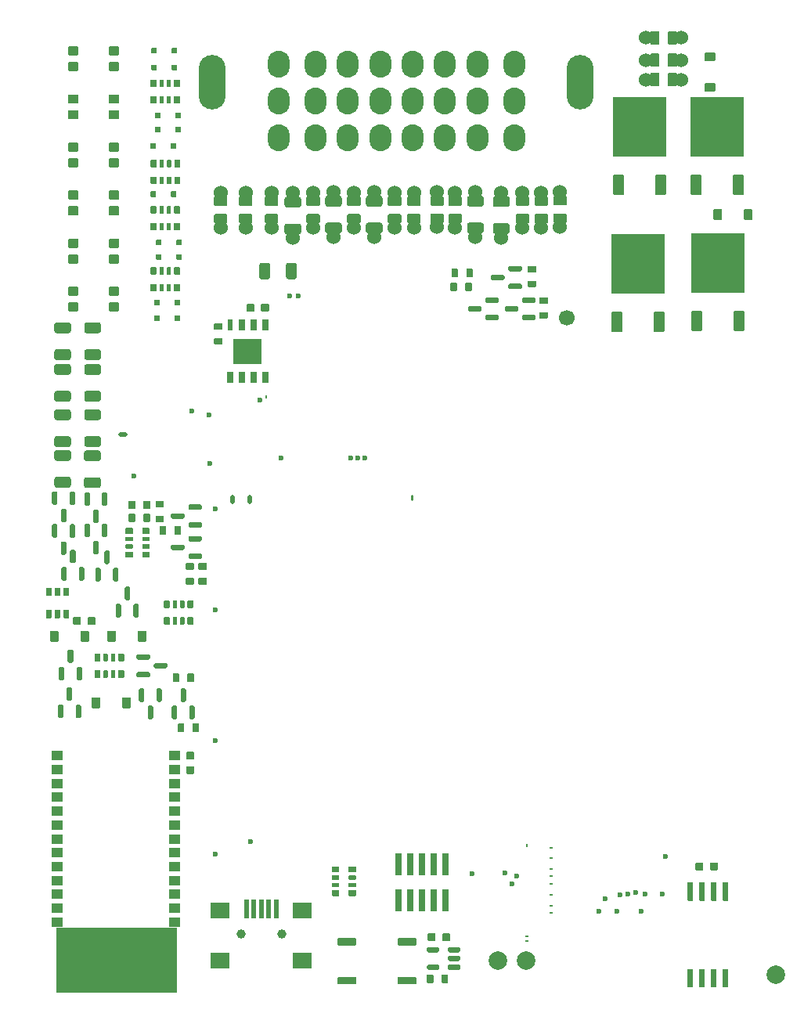
<source format=gts>
G04 #@! TF.GenerationSoftware,KiCad,Pcbnew,(6.0.1)*
G04 #@! TF.CreationDate,2022-03-18T13:55:30+02:00*
G04 #@! TF.ProjectId,alphax_2ch,616c7068-6178-45f3-9263-682e6b696361,b*
G04 #@! TF.SameCoordinates,PX141f5e0PYa2cace0*
G04 #@! TF.FileFunction,Soldermask,Top*
G04 #@! TF.FilePolarity,Negative*
%FSLAX46Y46*%
G04 Gerber Fmt 4.6, Leading zero omitted, Abs format (unit mm)*
G04 Created by KiCad (PCBNEW (6.0.1)) date 2022-03-18 13:55:30*
%MOMM*%
%LPD*%
G01*
G04 APERTURE LIST*
%ADD10C,0.120000*%
%ADD11O,0.399999X0.200000*%
%ADD12C,0.599999*%
%ADD13C,1.524000*%
%ADD14C,2.000000*%
%ADD15C,1.700000*%
%ADD16C,1.000000*%
%ADD17R,0.500000X2.000000*%
%ADD18R,2.000000X1.700000*%
%ADD19R,5.800000X6.400000*%
%ADD20O,0.250000X0.499999*%
%ADD21O,0.499999X0.250000*%
%ADD22O,1.000001X0.499999*%
%ADD23O,0.200000X0.499999*%
%ADD24R,0.650000X1.310000*%
%ADD25R,0.600000X1.310000*%
%ADD26R,1.500000X1.325000*%
%ADD27R,1.300000X1.000000*%
%ADD28O,2.900000X5.900000*%
%ADD29O,2.400000X2.900000*%
%ADD30O,0.499999X1.000001*%
%ADD31R,0.740000X2.400000*%
G04 APERTURE END LIST*
D10*
G04 #@! TO.C,U4*
X6700000Y200000D02*
X6700000Y7200000D01*
X6700000Y7200000D02*
X19700000Y7200000D01*
X19700000Y7200000D02*
X19700000Y200000D01*
X19700000Y200000D02*
X6700000Y200000D01*
G36*
X19700000Y200000D02*
G01*
X6700000Y200000D01*
X6700000Y7200000D01*
X19700000Y7200000D01*
X19700000Y200000D01*
G37*
X19700000Y200000D02*
X6700000Y200000D01*
X6700000Y7200000D01*
X19700000Y7200000D01*
X19700000Y200000D01*
G04 #@! TD*
D11*
G04 #@! TO.C,M4*
X60263525Y8795163D03*
X60263525Y9555142D03*
X60263525Y10730135D03*
X60263525Y11905122D03*
X60263525Y12745034D03*
X60263525Y13495106D03*
X60263525Y14670117D03*
X60263525Y15845114D03*
D12*
X70363132Y10805111D03*
X69938124Y8970101D03*
X69388127Y11020109D03*
X68513168Y10805114D03*
X67663145Y10730107D03*
X67338129Y8970101D03*
X66038162Y10280101D03*
X65388145Y8970101D03*
X72563148Y14895116D03*
X72263146Y10820110D03*
G04 #@! TD*
G04 #@! TO.C,R8*
G36*
G01*
X50461417Y83351578D02*
X49211417Y83351578D01*
G75*
G02*
X49111417Y83451578I0J100000D01*
G01*
X49111417Y84251578D01*
G75*
G02*
X49211417Y84351578I100000J0D01*
G01*
X50461417Y84351578D01*
G75*
G02*
X50561417Y84251578I0J-100000D01*
G01*
X50561417Y83451578D01*
G75*
G02*
X50461417Y83351578I-100000J0D01*
G01*
G37*
D13*
X49836417Y82896579D03*
X49836417Y86706579D03*
G36*
G01*
X50461417Y85251600D02*
X49211417Y85251600D01*
G75*
G02*
X49111417Y85351600I0J100000D01*
G01*
X49111417Y86151600D01*
G75*
G02*
X49211417Y86251600I100000J0D01*
G01*
X50461417Y86251600D01*
G75*
G02*
X50561417Y86151600I0J-100000D01*
G01*
X50561417Y85351600D01*
G75*
G02*
X50461417Y85251600I-100000J0D01*
G01*
G37*
G04 #@! TD*
G04 #@! TO.C,R29*
G36*
G01*
X17510000Y53350000D02*
X18290000Y53350000D01*
G75*
G02*
X18360000Y53280000I0J-70000D01*
G01*
X18360000Y52720000D01*
G75*
G02*
X18290000Y52650000I-70000J0D01*
G01*
X17510000Y52650000D01*
G75*
G02*
X17440000Y52720000I0J70000D01*
G01*
X17440000Y53280000D01*
G75*
G02*
X17510000Y53350000I70000J0D01*
G01*
G37*
G36*
G01*
X17510000Y51750000D02*
X18290000Y51750000D01*
G75*
G02*
X18360000Y51680000I0J-70000D01*
G01*
X18360000Y51120000D01*
G75*
G02*
X18290000Y51050000I-70000J0D01*
G01*
X17510000Y51050000D01*
G75*
G02*
X17440000Y51120000I0J70000D01*
G01*
X17440000Y51680000D01*
G75*
G02*
X17510000Y51750000I70000J0D01*
G01*
G37*
G04 #@! TD*
G04 #@! TO.C,R2*
G36*
G01*
X16900000Y76065000D02*
X16900000Y76735000D01*
G75*
G02*
X16965000Y76800000I65000J0D01*
G01*
X17485000Y76800000D01*
G75*
G02*
X17550000Y76735000I0J-65000D01*
G01*
X17550000Y76065000D01*
G75*
G02*
X17485000Y76000000I-65000J0D01*
G01*
X16965000Y76000000D01*
G75*
G02*
X16900000Y76065000I0J65000D01*
G01*
G37*
G36*
G01*
X17875000Y76045000D02*
X17875000Y76755000D01*
G75*
G02*
X17920000Y76800000I45000J0D01*
G01*
X18280000Y76800000D01*
G75*
G02*
X18325000Y76755000I0J-45000D01*
G01*
X18325000Y76045000D01*
G75*
G02*
X18280000Y76000000I-45000J0D01*
G01*
X17920000Y76000000D01*
G75*
G02*
X17875000Y76045000I0J45000D01*
G01*
G37*
G36*
G01*
X18675000Y76045000D02*
X18675000Y76755000D01*
G75*
G02*
X18720000Y76800000I45000J0D01*
G01*
X19080000Y76800000D01*
G75*
G02*
X19125000Y76755000I0J-45000D01*
G01*
X19125000Y76045000D01*
G75*
G02*
X19080000Y76000000I-45000J0D01*
G01*
X18720000Y76000000D01*
G75*
G02*
X18675000Y76045000I0J45000D01*
G01*
G37*
G36*
G01*
X19450000Y76065000D02*
X19450000Y76735000D01*
G75*
G02*
X19515000Y76800000I65000J0D01*
G01*
X20035000Y76800000D01*
G75*
G02*
X20100000Y76735000I0J-65000D01*
G01*
X20100000Y76065000D01*
G75*
G02*
X20035000Y76000000I-65000J0D01*
G01*
X19515000Y76000000D01*
G75*
G02*
X19450000Y76065000I0J65000D01*
G01*
G37*
G36*
G01*
X19450000Y77865000D02*
X19450000Y78535000D01*
G75*
G02*
X19515000Y78600000I65000J0D01*
G01*
X20035000Y78600000D01*
G75*
G02*
X20100000Y78535000I0J-65000D01*
G01*
X20100000Y77865000D01*
G75*
G02*
X20035000Y77800000I-65000J0D01*
G01*
X19515000Y77800000D01*
G75*
G02*
X19450000Y77865000I0J65000D01*
G01*
G37*
G36*
G01*
X18675000Y77845000D02*
X18675000Y78555000D01*
G75*
G02*
X18720000Y78600000I45000J0D01*
G01*
X19080000Y78600000D01*
G75*
G02*
X19125000Y78555000I0J-45000D01*
G01*
X19125000Y77845000D01*
G75*
G02*
X19080000Y77800000I-45000J0D01*
G01*
X18720000Y77800000D01*
G75*
G02*
X18675000Y77845000I0J45000D01*
G01*
G37*
G36*
G01*
X17875000Y77845000D02*
X17875000Y78555000D01*
G75*
G02*
X17920000Y78600000I45000J0D01*
G01*
X18280000Y78600000D01*
G75*
G02*
X18325000Y78555000I0J-45000D01*
G01*
X18325000Y77845000D01*
G75*
G02*
X18280000Y77800000I-45000J0D01*
G01*
X17920000Y77800000D01*
G75*
G02*
X17875000Y77845000I0J45000D01*
G01*
G37*
G36*
G01*
X16900000Y77865000D02*
X16900000Y78535000D01*
G75*
G02*
X16965000Y78600000I65000J0D01*
G01*
X17485000Y78600000D01*
G75*
G02*
X17550000Y78535000I0J-65000D01*
G01*
X17550000Y77865000D01*
G75*
G02*
X17485000Y77800000I-65000J0D01*
G01*
X16965000Y77800000D01*
G75*
G02*
X16900000Y77865000I0J65000D01*
G01*
G37*
G04 #@! TD*
G04 #@! TO.C,R4*
G36*
G01*
X20124000Y90147000D02*
X20124000Y89477000D01*
G75*
G02*
X20059000Y89412000I-65000J0D01*
G01*
X19539000Y89412000D01*
G75*
G02*
X19474000Y89477000I0J65000D01*
G01*
X19474000Y90147000D01*
G75*
G02*
X19539000Y90212000I65000J0D01*
G01*
X20059000Y90212000D01*
G75*
G02*
X20124000Y90147000I0J-65000D01*
G01*
G37*
G36*
G01*
X19149000Y90167000D02*
X19149000Y89457000D01*
G75*
G02*
X19104000Y89412000I-45000J0D01*
G01*
X18744000Y89412000D01*
G75*
G02*
X18699000Y89457000I0J45000D01*
G01*
X18699000Y90167000D01*
G75*
G02*
X18744000Y90212000I45000J0D01*
G01*
X19104000Y90212000D01*
G75*
G02*
X19149000Y90167000I0J-45000D01*
G01*
G37*
G36*
G01*
X18349000Y90167000D02*
X18349000Y89457000D01*
G75*
G02*
X18304000Y89412000I-45000J0D01*
G01*
X17944000Y89412000D01*
G75*
G02*
X17899000Y89457000I0J45000D01*
G01*
X17899000Y90167000D01*
G75*
G02*
X17944000Y90212000I45000J0D01*
G01*
X18304000Y90212000D01*
G75*
G02*
X18349000Y90167000I0J-45000D01*
G01*
G37*
G36*
G01*
X17574000Y90147000D02*
X17574000Y89477000D01*
G75*
G02*
X17509000Y89412000I-65000J0D01*
G01*
X16989000Y89412000D01*
G75*
G02*
X16924000Y89477000I0J65000D01*
G01*
X16924000Y90147000D01*
G75*
G02*
X16989000Y90212000I65000J0D01*
G01*
X17509000Y90212000D01*
G75*
G02*
X17574000Y90147000I0J-65000D01*
G01*
G37*
G36*
G01*
X17574000Y88347000D02*
X17574000Y87677000D01*
G75*
G02*
X17509000Y87612000I-65000J0D01*
G01*
X16989000Y87612000D01*
G75*
G02*
X16924000Y87677000I0J65000D01*
G01*
X16924000Y88347000D01*
G75*
G02*
X16989000Y88412000I65000J0D01*
G01*
X17509000Y88412000D01*
G75*
G02*
X17574000Y88347000I0J-65000D01*
G01*
G37*
G36*
G01*
X18349000Y88367000D02*
X18349000Y87657000D01*
G75*
G02*
X18304000Y87612000I-45000J0D01*
G01*
X17944000Y87612000D01*
G75*
G02*
X17899000Y87657000I0J45000D01*
G01*
X17899000Y88367000D01*
G75*
G02*
X17944000Y88412000I45000J0D01*
G01*
X18304000Y88412000D01*
G75*
G02*
X18349000Y88367000I0J-45000D01*
G01*
G37*
G36*
G01*
X19149000Y88367000D02*
X19149000Y87657000D01*
G75*
G02*
X19104000Y87612000I-45000J0D01*
G01*
X18744000Y87612000D01*
G75*
G02*
X18699000Y87657000I0J45000D01*
G01*
X18699000Y88367000D01*
G75*
G02*
X18744000Y88412000I45000J0D01*
G01*
X19104000Y88412000D01*
G75*
G02*
X19149000Y88367000I0J-45000D01*
G01*
G37*
G36*
G01*
X20124000Y88347000D02*
X20124000Y87677000D01*
G75*
G02*
X20059000Y87612000I-65000J0D01*
G01*
X19539000Y87612000D01*
G75*
G02*
X19474000Y87677000I0J65000D01*
G01*
X19474000Y88347000D01*
G75*
G02*
X19539000Y88412000I65000J0D01*
G01*
X20059000Y88412000D01*
G75*
G02*
X20124000Y88347000I0J-65000D01*
G01*
G37*
G04 #@! TD*
G04 #@! TO.C,C3*
G36*
G01*
X20860000Y26215001D02*
X21540000Y26215001D01*
G75*
G02*
X21625000Y26130001I0J-85000D01*
G01*
X21625000Y25450001D01*
G75*
G02*
X21540000Y25365001I-85000J0D01*
G01*
X20860000Y25365001D01*
G75*
G02*
X20775000Y25450001I0J85000D01*
G01*
X20775000Y26130001D01*
G75*
G02*
X20860000Y26215001I85000J0D01*
G01*
G37*
G36*
G01*
X20860000Y24634999D02*
X21540000Y24634999D01*
G75*
G02*
X21625000Y24549999I0J-85000D01*
G01*
X21625000Y23869999D01*
G75*
G02*
X21540000Y23784999I-85000J0D01*
G01*
X20860000Y23784999D01*
G75*
G02*
X20775000Y23869999I0J85000D01*
G01*
X20775000Y24549999D01*
G75*
G02*
X20860000Y24634999I85000J0D01*
G01*
G37*
G04 #@! TD*
G04 #@! TO.C,R9*
X47882571Y82918049D03*
G36*
G01*
X48507571Y83373048D02*
X47257571Y83373048D01*
G75*
G02*
X47157571Y83473048I0J100000D01*
G01*
X47157571Y84273048D01*
G75*
G02*
X47257571Y84373048I100000J0D01*
G01*
X48507571Y84373048D01*
G75*
G02*
X48607571Y84273048I0J-100000D01*
G01*
X48607571Y83473048D01*
G75*
G02*
X48507571Y83373048I-100000J0D01*
G01*
G37*
G36*
G01*
X48507571Y85273070D02*
X47257571Y85273070D01*
G75*
G02*
X47157571Y85373070I0J100000D01*
G01*
X47157571Y86173070D01*
G75*
G02*
X47257571Y86273070I100000J0D01*
G01*
X48507571Y86273070D01*
G75*
G02*
X48607571Y86173070I0J-100000D01*
G01*
X48607571Y85373070D01*
G75*
G02*
X48507571Y85273070I-100000J0D01*
G01*
G37*
X47882571Y86728049D03*
G04 #@! TD*
G04 #@! TO.C,R21*
G36*
G01*
X8300000Y60094990D02*
X8300000Y59404990D01*
G75*
G02*
X8070000Y59174990I-230000J0D01*
G01*
X6730000Y59174990D01*
G75*
G02*
X6500000Y59404990I0J230000D01*
G01*
X6500000Y60094990D01*
G75*
G02*
X6730000Y60324990I230000J0D01*
G01*
X8070000Y60324990D01*
G75*
G02*
X8300000Y60094990I0J-230000D01*
G01*
G37*
G36*
G01*
X8300000Y62995010D02*
X8300000Y62305010D01*
G75*
G02*
X8070000Y62075010I-230000J0D01*
G01*
X6730000Y62075010D01*
G75*
G02*
X6500000Y62305010I0J230000D01*
G01*
X6500000Y62995010D01*
G75*
G02*
X6730000Y63225010I230000J0D01*
G01*
X8070000Y63225010D01*
G75*
G02*
X8300000Y62995010I0J-230000D01*
G01*
G37*
G04 #@! TD*
D14*
G04 #@! TO.C,J5*
X54500000Y3650000D03*
G04 #@! TD*
D13*
G04 #@! TO.C,F4*
X36700000Y86750000D03*
G36*
G01*
X35800000Y85405010D02*
X35800000Y86095010D01*
G75*
G02*
X36030000Y86325010I230000J0D01*
G01*
X37370000Y86325010D01*
G75*
G02*
X37600000Y86095010I0J-230000D01*
G01*
X37600000Y85405010D01*
G75*
G02*
X37370000Y85175010I-230000J0D01*
G01*
X36030000Y85175010D01*
G75*
G02*
X35800000Y85405010I0J230000D01*
G01*
G37*
X36700000Y81850000D03*
G36*
G01*
X35800000Y82504990D02*
X35800000Y83194990D01*
G75*
G02*
X36030000Y83424990I230000J0D01*
G01*
X37370000Y83424990D01*
G75*
G02*
X37600000Y83194990I0J-230000D01*
G01*
X37600000Y82504990D01*
G75*
G02*
X37370000Y82274990I-230000J0D01*
G01*
X36030000Y82274990D01*
G75*
G02*
X35800000Y82504990I0J230000D01*
G01*
G37*
G04 #@! TD*
G04 #@! TO.C,Q13*
G36*
G01*
X57075000Y76700000D02*
X57075000Y76400000D01*
G75*
G02*
X56925000Y76250000I-150000J0D01*
G01*
X55750000Y76250000D01*
G75*
G02*
X55600000Y76400000I0J150000D01*
G01*
X55600000Y76700000D01*
G75*
G02*
X55750000Y76850000I150000J0D01*
G01*
X56925000Y76850000D01*
G75*
G02*
X57075000Y76700000I0J-150000D01*
G01*
G37*
G36*
G01*
X55200000Y77650000D02*
X55200000Y77350000D01*
G75*
G02*
X55050000Y77200000I-150000J0D01*
G01*
X53875000Y77200000D01*
G75*
G02*
X53725000Y77350000I0J150000D01*
G01*
X53725000Y77650000D01*
G75*
G02*
X53875000Y77800000I150000J0D01*
G01*
X55050000Y77800000D01*
G75*
G02*
X55200000Y77650000I0J-150000D01*
G01*
G37*
G36*
G01*
X57075000Y78600000D02*
X57075000Y78300000D01*
G75*
G02*
X56925000Y78150000I-150000J0D01*
G01*
X55750000Y78150000D01*
G75*
G02*
X55600000Y78300000I0J150000D01*
G01*
X55600000Y78600000D01*
G75*
G02*
X55750000Y78750000I150000J0D01*
G01*
X56925000Y78750000D01*
G75*
G02*
X57075000Y78600000I0J-150000D01*
G01*
G37*
G04 #@! TD*
G04 #@! TO.C,D1*
G36*
G01*
X17561499Y80000000D02*
X18041499Y80000000D01*
G75*
G02*
X18101499Y79940000I0J-60000D01*
G01*
X18101499Y79460000D01*
G75*
G02*
X18041499Y79400000I-60000J0D01*
G01*
X17561499Y79400000D01*
G75*
G02*
X17501499Y79460000I0J60000D01*
G01*
X17501499Y79940000D01*
G75*
G02*
X17561499Y80000000I60000J0D01*
G01*
G37*
G36*
G01*
X19761499Y80000000D02*
X20241499Y80000000D01*
G75*
G02*
X20301499Y79940000I0J-60000D01*
G01*
X20301499Y79460000D01*
G75*
G02*
X20241499Y79400000I-60000J0D01*
G01*
X19761499Y79400000D01*
G75*
G02*
X19701499Y79460000I0J60000D01*
G01*
X19701499Y79940000D01*
G75*
G02*
X19761499Y80000000I60000J0D01*
G01*
G37*
G04 #@! TD*
G04 #@! TO.C,D15*
G36*
G01*
X13399998Y84200001D02*
X12499998Y84200001D01*
G75*
G02*
X12399998Y84300001I0J100000D01*
G01*
X12399998Y85100001D01*
G75*
G02*
X12499998Y85200001I100000J0D01*
G01*
X13399998Y85200001D01*
G75*
G02*
X13499998Y85100001I0J-100000D01*
G01*
X13499998Y84300001D01*
G75*
G02*
X13399998Y84200001I-100000J0D01*
G01*
G37*
G36*
G01*
X13399998Y85900001D02*
X12499998Y85900001D01*
G75*
G02*
X12399998Y86000001I0J100000D01*
G01*
X12399998Y86800001D01*
G75*
G02*
X12499998Y86900001I100000J0D01*
G01*
X13399998Y86900001D01*
G75*
G02*
X13499998Y86800001I0J-100000D01*
G01*
X13499998Y86000001D01*
G75*
G02*
X13399998Y85900001I-100000J0D01*
G01*
G37*
G04 #@! TD*
G04 #@! TO.C,C1*
G36*
G01*
X27284999Y73860000D02*
X27284999Y74540000D01*
G75*
G02*
X27369999Y74625000I85000J0D01*
G01*
X28049999Y74625000D01*
G75*
G02*
X28134999Y74540000I0J-85000D01*
G01*
X28134999Y73860000D01*
G75*
G02*
X28049999Y73775000I-85000J0D01*
G01*
X27369999Y73775000D01*
G75*
G02*
X27284999Y73860000I0J85000D01*
G01*
G37*
G36*
G01*
X28865001Y73860000D02*
X28865001Y74540000D01*
G75*
G02*
X28950001Y74625000I85000J0D01*
G01*
X29630001Y74625000D01*
G75*
G02*
X29715001Y74540000I0J-85000D01*
G01*
X29715001Y73860000D01*
G75*
G02*
X29630001Y73775000I-85000J0D01*
G01*
X28950001Y73775000D01*
G75*
G02*
X28865001Y73860000I0J85000D01*
G01*
G37*
G04 #@! TD*
G04 #@! TO.C,S1*
G36*
G01*
X43730000Y6050001D02*
X45570000Y6050001D01*
G75*
G02*
X45650000Y5970001I0J-80000D01*
G01*
X45650000Y5330001D01*
G75*
G02*
X45570000Y5250001I-80000J0D01*
G01*
X43730000Y5250001D01*
G75*
G02*
X43650000Y5330001I0J80000D01*
G01*
X43650000Y5970001D01*
G75*
G02*
X43730000Y6050001I80000J0D01*
G01*
G37*
G36*
G01*
X43730000Y1850000D02*
X45570000Y1850000D01*
G75*
G02*
X45650000Y1770000I0J-80000D01*
G01*
X45650000Y1130000D01*
G75*
G02*
X45570000Y1050000I-80000J0D01*
G01*
X43730000Y1050000D01*
G75*
G02*
X43650000Y1130000I0J80000D01*
G01*
X43650000Y1770000D01*
G75*
G02*
X43730000Y1850000I80000J0D01*
G01*
G37*
G04 #@! TD*
G04 #@! TO.C,D6*
G36*
G01*
X17058502Y102312502D02*
X17538502Y102312502D01*
G75*
G02*
X17598502Y102252502I0J-60000D01*
G01*
X17598502Y101772502D01*
G75*
G02*
X17538502Y101712502I-60000J0D01*
G01*
X17058502Y101712502D01*
G75*
G02*
X16998502Y101772502I0J60000D01*
G01*
X16998502Y102252502D01*
G75*
G02*
X17058502Y102312502I60000J0D01*
G01*
G37*
G36*
G01*
X19258502Y102312502D02*
X19738502Y102312502D01*
G75*
G02*
X19798502Y102252502I0J-60000D01*
G01*
X19798502Y101772502D01*
G75*
G02*
X19738502Y101712502I-60000J0D01*
G01*
X19258502Y101712502D01*
G75*
G02*
X19198502Y101772502I0J60000D01*
G01*
X19198502Y102252502D01*
G75*
G02*
X19258502Y102312502I60000J0D01*
G01*
G37*
G04 #@! TD*
G04 #@! TO.C,C4*
G36*
G01*
X49315001Y6490000D02*
X49315001Y5810000D01*
G75*
G02*
X49230001Y5725000I-85000J0D01*
G01*
X48550001Y5725000D01*
G75*
G02*
X48465001Y5810000I0J85000D01*
G01*
X48465001Y6490000D01*
G75*
G02*
X48550001Y6575000I85000J0D01*
G01*
X49230001Y6575000D01*
G75*
G02*
X49315001Y6490000I0J-85000D01*
G01*
G37*
G36*
G01*
X47734999Y6490000D02*
X47734999Y5810000D01*
G75*
G02*
X47649999Y5725000I-85000J0D01*
G01*
X46969999Y5725000D01*
G75*
G02*
X46884999Y5810000I0J85000D01*
G01*
X46884999Y6490000D01*
G75*
G02*
X46969999Y6575000I85000J0D01*
G01*
X47649999Y6575000D01*
G75*
G02*
X47734999Y6490000I0J-85000D01*
G01*
G37*
G04 #@! TD*
G04 #@! TO.C,Q1*
G36*
G01*
X7350000Y29825000D02*
X7050000Y29825000D01*
G75*
G02*
X6900000Y29975000I0J150000D01*
G01*
X6900000Y31150000D01*
G75*
G02*
X7050000Y31300000I150000J0D01*
G01*
X7350000Y31300000D01*
G75*
G02*
X7500000Y31150000I0J-150000D01*
G01*
X7500000Y29975000D01*
G75*
G02*
X7350000Y29825000I-150000J0D01*
G01*
G37*
G36*
G01*
X8300000Y31700000D02*
X8000000Y31700000D01*
G75*
G02*
X7850000Y31850000I0J150000D01*
G01*
X7850000Y33025000D01*
G75*
G02*
X8000000Y33175000I150000J0D01*
G01*
X8300000Y33175000D01*
G75*
G02*
X8450000Y33025000I0J-150000D01*
G01*
X8450000Y31850000D01*
G75*
G02*
X8300000Y31700000I-150000J0D01*
G01*
G37*
G36*
G01*
X9250000Y29825000D02*
X8950000Y29825000D01*
G75*
G02*
X8800000Y29975000I0J150000D01*
G01*
X8800000Y31150000D01*
G75*
G02*
X8950000Y31300000I150000J0D01*
G01*
X9250000Y31300000D01*
G75*
G02*
X9400000Y31150000I0J-150000D01*
G01*
X9400000Y29975000D01*
G75*
G02*
X9250000Y29825000I-150000J0D01*
G01*
G37*
G04 #@! TD*
G04 #@! TO.C,R24*
G36*
G01*
X8300000Y64994990D02*
X8300000Y64304990D01*
G75*
G02*
X8070000Y64074990I-230000J0D01*
G01*
X6730000Y64074990D01*
G75*
G02*
X6500000Y64304990I0J230000D01*
G01*
X6500000Y64994990D01*
G75*
G02*
X6730000Y65224990I230000J0D01*
G01*
X8070000Y65224990D01*
G75*
G02*
X8300000Y64994990I0J-230000D01*
G01*
G37*
G36*
G01*
X8300000Y67895010D02*
X8300000Y67205010D01*
G75*
G02*
X8070000Y66975010I-230000J0D01*
G01*
X6730000Y66975010D01*
G75*
G02*
X6500000Y67205010I0J230000D01*
G01*
X6500000Y67895010D01*
G75*
G02*
X6730000Y68125010I230000J0D01*
G01*
X8070000Y68125010D01*
G75*
G02*
X8300000Y67895010I0J-230000D01*
G01*
G37*
G04 #@! TD*
G04 #@! TO.C,D28*
G36*
G01*
X10250000Y39210000D02*
X10250000Y38190000D01*
G75*
G02*
X10160000Y38100000I-90000J0D01*
G01*
X9440000Y38100000D01*
G75*
G02*
X9350000Y38190000I0J90000D01*
G01*
X9350000Y39210000D01*
G75*
G02*
X9440000Y39300000I90000J0D01*
G01*
X10160000Y39300000D01*
G75*
G02*
X10250000Y39210000I0J-90000D01*
G01*
G37*
G36*
G01*
X6950000Y39210000D02*
X6950000Y38190000D01*
G75*
G02*
X6860000Y38100000I-90000J0D01*
G01*
X6140000Y38100000D01*
G75*
G02*
X6050000Y38190000I0J90000D01*
G01*
X6050000Y39210000D01*
G75*
G02*
X6140000Y39300000I90000J0D01*
G01*
X6860000Y39300000D01*
G75*
G02*
X6950000Y39210000I0J-90000D01*
G01*
G37*
G04 #@! TD*
G04 #@! TO.C,D12*
G36*
G01*
X13399998Y79000001D02*
X12499998Y79000001D01*
G75*
G02*
X12399998Y79100001I0J100000D01*
G01*
X12399998Y79900001D01*
G75*
G02*
X12499998Y80000001I100000J0D01*
G01*
X13399998Y80000001D01*
G75*
G02*
X13499998Y79900001I0J-100000D01*
G01*
X13499998Y79100001D01*
G75*
G02*
X13399998Y79000001I-100000J0D01*
G01*
G37*
G36*
G01*
X13399998Y80700001D02*
X12499998Y80700001D01*
G75*
G02*
X12399998Y80800001I0J100000D01*
G01*
X12399998Y81600001D01*
G75*
G02*
X12499998Y81700001I100000J0D01*
G01*
X13399998Y81700001D01*
G75*
G02*
X13499998Y81600001I0J-100000D01*
G01*
X13499998Y80800001D01*
G75*
G02*
X13399998Y80700001I-100000J0D01*
G01*
G37*
G04 #@! TD*
D15*
G04 #@! TO.C,P2*
X61958000Y73100000D03*
G04 #@! TD*
G04 #@! TO.C,R38*
G36*
G01*
X19850000Y28410000D02*
X19850000Y29190000D01*
G75*
G02*
X19920000Y29260000I70000J0D01*
G01*
X20480000Y29260000D01*
G75*
G02*
X20550000Y29190000I0J-70000D01*
G01*
X20550000Y28410000D01*
G75*
G02*
X20480000Y28340000I-70000J0D01*
G01*
X19920000Y28340000D01*
G75*
G02*
X19850000Y28410000I0J70000D01*
G01*
G37*
G36*
G01*
X21450000Y28410000D02*
X21450000Y29190000D01*
G75*
G02*
X21520000Y29260000I70000J0D01*
G01*
X22080000Y29260000D01*
G75*
G02*
X22150000Y29190000I0J-70000D01*
G01*
X22150000Y28410000D01*
G75*
G02*
X22080000Y28340000I-70000J0D01*
G01*
X21520000Y28340000D01*
G75*
G02*
X21450000Y28410000I0J70000D01*
G01*
G37*
G04 #@! TD*
G04 #@! TO.C,D22*
G36*
G01*
X17060000Y100500000D02*
X17540000Y100500000D01*
G75*
G02*
X17600000Y100440000I0J-60000D01*
G01*
X17600000Y99960000D01*
G75*
G02*
X17540000Y99900000I-60000J0D01*
G01*
X17060000Y99900000D01*
G75*
G02*
X17000000Y99960000I0J60000D01*
G01*
X17000000Y100440000D01*
G75*
G02*
X17060000Y100500000I60000J0D01*
G01*
G37*
G36*
G01*
X19260000Y100500000D02*
X19740000Y100500000D01*
G75*
G02*
X19800000Y100440000I0J-60000D01*
G01*
X19800000Y99960000D01*
G75*
G02*
X19740000Y99900000I-60000J0D01*
G01*
X19260000Y99900000D01*
G75*
G02*
X19200000Y99960000I0J60000D01*
G01*
X19200000Y100440000D01*
G75*
G02*
X19260000Y100500000I60000J0D01*
G01*
G37*
G04 #@! TD*
G04 #@! TO.C,R32*
G36*
G01*
X51650000Y76856000D02*
X51650000Y76076000D01*
G75*
G02*
X51580000Y76006000I-70000J0D01*
G01*
X51020000Y76006000D01*
G75*
G02*
X50950000Y76076000I0J70000D01*
G01*
X50950000Y76856000D01*
G75*
G02*
X51020000Y76926000I70000J0D01*
G01*
X51580000Y76926000D01*
G75*
G02*
X51650000Y76856000I0J-70000D01*
G01*
G37*
G36*
G01*
X50050000Y76856000D02*
X50050000Y76076000D01*
G75*
G02*
X49980000Y76006000I-70000J0D01*
G01*
X49420000Y76006000D01*
G75*
G02*
X49350000Y76076000I0J70000D01*
G01*
X49350000Y76856000D01*
G75*
G02*
X49420000Y76926000I70000J0D01*
G01*
X49980000Y76926000D01*
G75*
G02*
X50050000Y76856000I0J-70000D01*
G01*
G37*
G04 #@! TD*
G04 #@! TO.C,D11*
G36*
G01*
X13399998Y94600001D02*
X12499998Y94600001D01*
G75*
G02*
X12399998Y94700001I0J100000D01*
G01*
X12399998Y95500001D01*
G75*
G02*
X12499998Y95600001I100000J0D01*
G01*
X13399998Y95600001D01*
G75*
G02*
X13499998Y95500001I0J-100000D01*
G01*
X13499998Y94700001D01*
G75*
G02*
X13399998Y94600001I-100000J0D01*
G01*
G37*
G36*
G01*
X13399998Y96300001D02*
X12499998Y96300001D01*
G75*
G02*
X12399998Y96400001I0J100000D01*
G01*
X12399998Y97200001D01*
G75*
G02*
X12499998Y97300001I100000J0D01*
G01*
X13399998Y97300001D01*
G75*
G02*
X13499998Y97200001I0J-100000D01*
G01*
X13499998Y96400001D01*
G75*
G02*
X13399998Y96300001I-100000J0D01*
G01*
G37*
G04 #@! TD*
D13*
G04 #@! TO.C,R11*
X24500000Y82895000D03*
G36*
G01*
X25125000Y83349999D02*
X23875000Y83349999D01*
G75*
G02*
X23775000Y83449999I0J100000D01*
G01*
X23775000Y84249999D01*
G75*
G02*
X23875000Y84349999I100000J0D01*
G01*
X25125000Y84349999D01*
G75*
G02*
X25225000Y84249999I0J-100000D01*
G01*
X25225000Y83449999D01*
G75*
G02*
X25125000Y83349999I-100000J0D01*
G01*
G37*
G36*
G01*
X25125000Y85250021D02*
X23875000Y85250021D01*
G75*
G02*
X23775000Y85350021I0J100000D01*
G01*
X23775000Y86150021D01*
G75*
G02*
X23875000Y86250021I100000J0D01*
G01*
X25125000Y86250021D01*
G75*
G02*
X25225000Y86150021I0J-100000D01*
G01*
X25225000Y85350021D01*
G75*
G02*
X25125000Y85250021I-100000J0D01*
G01*
G37*
X24500000Y86705000D03*
G04 #@! TD*
G04 #@! TO.C,R6*
X74305000Y103400000D03*
G36*
G01*
X73850001Y104025000D02*
X73850001Y102775000D01*
G75*
G02*
X73750001Y102675000I-100000J0D01*
G01*
X72950001Y102675000D01*
G75*
G02*
X72850001Y102775000I0J100000D01*
G01*
X72850001Y104025000D01*
G75*
G02*
X72950001Y104125000I100000J0D01*
G01*
X73750001Y104125000D01*
G75*
G02*
X73850001Y104025000I0J-100000D01*
G01*
G37*
G36*
G01*
X71949979Y104025000D02*
X71949979Y102775000D01*
G75*
G02*
X71849979Y102675000I-100000J0D01*
G01*
X71049979Y102675000D01*
G75*
G02*
X70949979Y102775000I0J100000D01*
G01*
X70949979Y104025000D01*
G75*
G02*
X71049979Y104125000I100000J0D01*
G01*
X71849979Y104125000D01*
G75*
G02*
X71949979Y104025000I0J-100000D01*
G01*
G37*
X70495000Y103400000D03*
G04 #@! TD*
D16*
G04 #@! TO.C,J1*
X31100000Y6475000D03*
X26700000Y6475000D03*
D17*
X27300000Y9175000D03*
X28100000Y9175000D03*
X28900000Y9175000D03*
X29700000Y9175000D03*
X30500000Y9175000D03*
D18*
X24450000Y9075000D03*
X33350000Y9075000D03*
X24450000Y3625000D03*
X33350000Y3625000D03*
G04 #@! TD*
G04 #@! TO.C,R36*
G36*
G01*
X11522072Y55654980D02*
X11522072Y54964980D01*
G75*
G02*
X11292072Y54734980I-230000J0D01*
G01*
X9952072Y54734980D01*
G75*
G02*
X9722072Y54964980I0J230000D01*
G01*
X9722072Y55654980D01*
G75*
G02*
X9952072Y55884980I230000J0D01*
G01*
X11292072Y55884980D01*
G75*
G02*
X11522072Y55654980I0J-230000D01*
G01*
G37*
G36*
G01*
X11522072Y58555000D02*
X11522072Y57865000D01*
G75*
G02*
X11292072Y57635000I-230000J0D01*
G01*
X9952072Y57635000D01*
G75*
G02*
X9722072Y57865000I0J230000D01*
G01*
X9722072Y58555000D01*
G75*
G02*
X9952072Y58785000I230000J0D01*
G01*
X11292072Y58785000D01*
G75*
G02*
X11522072Y58555000I0J-230000D01*
G01*
G37*
G04 #@! TD*
G04 #@! TO.C,Q8*
G36*
G01*
X76400000Y86400000D02*
X75440000Y86400000D01*
G75*
G02*
X75320000Y86520000I0J120000D01*
G01*
X75320000Y88480000D01*
G75*
G02*
X75440000Y88600000I120000J0D01*
G01*
X76400000Y88600000D01*
G75*
G02*
X76520000Y88480000I0J-120000D01*
G01*
X76520000Y86520000D01*
G75*
G02*
X76400000Y86400000I-120000J0D01*
G01*
G37*
D19*
X78200000Y93800000D03*
G36*
G01*
X80960000Y86400000D02*
X80000000Y86400000D01*
G75*
G02*
X79880000Y86520000I0J120000D01*
G01*
X79880000Y88480000D01*
G75*
G02*
X80000000Y88600000I120000J0D01*
G01*
X80960000Y88600000D01*
G75*
G02*
X81080000Y88480000I0J-120000D01*
G01*
X81080000Y86520000D01*
G75*
G02*
X80960000Y86400000I-120000J0D01*
G01*
G37*
G04 #@! TD*
G04 #@! TO.C,Q4*
G36*
G01*
X8300000Y50825000D02*
X8600000Y50825000D01*
G75*
G02*
X8750000Y50675000I0J-150000D01*
G01*
X8750000Y49500000D01*
G75*
G02*
X8600000Y49350000I-150000J0D01*
G01*
X8300000Y49350000D01*
G75*
G02*
X8150000Y49500000I0J150000D01*
G01*
X8150000Y50675000D01*
G75*
G02*
X8300000Y50825000I150000J0D01*
G01*
G37*
G36*
G01*
X7350000Y48950000D02*
X7650000Y48950000D01*
G75*
G02*
X7800000Y48800000I0J-150000D01*
G01*
X7800000Y47625000D01*
G75*
G02*
X7650000Y47475000I-150000J0D01*
G01*
X7350000Y47475000D01*
G75*
G02*
X7200000Y47625000I0J150000D01*
G01*
X7200000Y48800000D01*
G75*
G02*
X7350000Y48950000I150000J0D01*
G01*
G37*
G36*
G01*
X6400000Y50825000D02*
X6700000Y50825000D01*
G75*
G02*
X6850000Y50675000I0J-150000D01*
G01*
X6850000Y49500000D01*
G75*
G02*
X6700000Y49350000I-150000J0D01*
G01*
X6400000Y49350000D01*
G75*
G02*
X6250000Y49500000I0J150000D01*
G01*
X6250000Y50675000D01*
G75*
G02*
X6400000Y50825000I150000J0D01*
G01*
G37*
G04 #@! TD*
G04 #@! TO.C,Q3*
G36*
G01*
X7450000Y33925000D02*
X7150000Y33925000D01*
G75*
G02*
X7000000Y34075000I0J150000D01*
G01*
X7000000Y35250000D01*
G75*
G02*
X7150000Y35400000I150000J0D01*
G01*
X7450000Y35400000D01*
G75*
G02*
X7600000Y35250000I0J-150000D01*
G01*
X7600000Y34075000D01*
G75*
G02*
X7450000Y33925000I-150000J0D01*
G01*
G37*
G36*
G01*
X8400000Y35800000D02*
X8100000Y35800000D01*
G75*
G02*
X7950000Y35950000I0J150000D01*
G01*
X7950000Y37125000D01*
G75*
G02*
X8100000Y37275000I150000J0D01*
G01*
X8400000Y37275000D01*
G75*
G02*
X8550000Y37125000I0J-150000D01*
G01*
X8550000Y35950000D01*
G75*
G02*
X8400000Y35800000I-150000J0D01*
G01*
G37*
G36*
G01*
X9350000Y33925000D02*
X9050000Y33925000D01*
G75*
G02*
X8900000Y34075000I0J150000D01*
G01*
X8900000Y35250000D01*
G75*
G02*
X9050000Y35400000I150000J0D01*
G01*
X9350000Y35400000D01*
G75*
G02*
X9500000Y35250000I0J-150000D01*
G01*
X9500000Y34075000D01*
G75*
G02*
X9350000Y33925000I-150000J0D01*
G01*
G37*
G04 #@! TD*
G04 #@! TO.C,R30*
G36*
G01*
X59808000Y73050000D02*
X59028000Y73050000D01*
G75*
G02*
X58958000Y73120000I0J70000D01*
G01*
X58958000Y73680000D01*
G75*
G02*
X59028000Y73750000I70000J0D01*
G01*
X59808000Y73750000D01*
G75*
G02*
X59878000Y73680000I0J-70000D01*
G01*
X59878000Y73120000D01*
G75*
G02*
X59808000Y73050000I-70000J0D01*
G01*
G37*
G36*
G01*
X59808000Y74650000D02*
X59028000Y74650000D01*
G75*
G02*
X58958000Y74720000I0J70000D01*
G01*
X58958000Y75280000D01*
G75*
G02*
X59028000Y75350000I70000J0D01*
G01*
X59808000Y75350000D01*
G75*
G02*
X59878000Y75280000I0J-70000D01*
G01*
X59878000Y74720000D01*
G75*
G02*
X59808000Y74650000I-70000J0D01*
G01*
G37*
G04 #@! TD*
G04 #@! TO.C,R41*
G36*
G01*
X20760000Y46600000D02*
X21540000Y46600000D01*
G75*
G02*
X21610000Y46530000I0J-70000D01*
G01*
X21610000Y45970000D01*
G75*
G02*
X21540000Y45900000I-70000J0D01*
G01*
X20760000Y45900000D01*
G75*
G02*
X20690000Y45970000I0J70000D01*
G01*
X20690000Y46530000D01*
G75*
G02*
X20760000Y46600000I70000J0D01*
G01*
G37*
G36*
G01*
X20760000Y45000000D02*
X21540000Y45000000D01*
G75*
G02*
X21610000Y44930000I0J-70000D01*
G01*
X21610000Y44370000D01*
G75*
G02*
X21540000Y44300000I-70000J0D01*
G01*
X20760000Y44300000D01*
G75*
G02*
X20690000Y44370000I0J70000D01*
G01*
X20690000Y44930000D01*
G75*
G02*
X20760000Y45000000I70000J0D01*
G01*
G37*
G04 #@! TD*
G04 #@! TO.C,U2*
G36*
G01*
X8100000Y43890000D02*
X8100000Y43110000D01*
G75*
G02*
X8040000Y43050000I-60000J0D01*
G01*
X7560000Y43050000D01*
G75*
G02*
X7500000Y43110000I0J60000D01*
G01*
X7500000Y43890000D01*
G75*
G02*
X7560000Y43950000I60000J0D01*
G01*
X8040000Y43950000D01*
G75*
G02*
X8100000Y43890000I0J-60000D01*
G01*
G37*
G36*
G01*
X7150000Y43890000D02*
X7150000Y43110000D01*
G75*
G02*
X7090000Y43050000I-60000J0D01*
G01*
X6610000Y43050000D01*
G75*
G02*
X6550000Y43110000I0J60000D01*
G01*
X6550000Y43890000D01*
G75*
G02*
X6610000Y43950000I60000J0D01*
G01*
X7090000Y43950000D01*
G75*
G02*
X7150000Y43890000I0J-60000D01*
G01*
G37*
G36*
G01*
X6200000Y43890000D02*
X6200000Y43110000D01*
G75*
G02*
X6140000Y43050000I-60000J0D01*
G01*
X5660000Y43050000D01*
G75*
G02*
X5600000Y43110000I0J60000D01*
G01*
X5600000Y43890000D01*
G75*
G02*
X5660000Y43950000I60000J0D01*
G01*
X6140000Y43950000D01*
G75*
G02*
X6200000Y43890000I0J-60000D01*
G01*
G37*
G36*
G01*
X6200000Y41490000D02*
X6200000Y40710000D01*
G75*
G02*
X6140000Y40650000I-60000J0D01*
G01*
X5660000Y40650000D01*
G75*
G02*
X5600000Y40710000I0J60000D01*
G01*
X5600000Y41490000D01*
G75*
G02*
X5660000Y41550000I60000J0D01*
G01*
X6140000Y41550000D01*
G75*
G02*
X6200000Y41490000I0J-60000D01*
G01*
G37*
G36*
G01*
X7150000Y41490000D02*
X7150000Y40710000D01*
G75*
G02*
X7090000Y40650000I-60000J0D01*
G01*
X6610000Y40650000D01*
G75*
G02*
X6550000Y40710000I0J60000D01*
G01*
X6550000Y41490000D01*
G75*
G02*
X6610000Y41550000I60000J0D01*
G01*
X7090000Y41550000D01*
G75*
G02*
X7150000Y41490000I0J-60000D01*
G01*
G37*
G36*
G01*
X8100000Y41490000D02*
X8100000Y40710000D01*
G75*
G02*
X8040000Y40650000I-60000J0D01*
G01*
X7560000Y40650000D01*
G75*
G02*
X7500000Y40710000I0J60000D01*
G01*
X7500000Y41490000D01*
G75*
G02*
X7560000Y41550000I60000J0D01*
G01*
X8040000Y41550000D01*
G75*
G02*
X8100000Y41490000I0J-60000D01*
G01*
G37*
G04 #@! TD*
G04 #@! TO.C,U5*
G36*
G01*
X50400000Y3050000D02*
X50400000Y2750000D01*
G75*
G02*
X50250000Y2600000I-150000J0D01*
G01*
X49225000Y2600000D01*
G75*
G02*
X49075000Y2750000I0J150000D01*
G01*
X49075000Y3050000D01*
G75*
G02*
X49225000Y3200000I150000J0D01*
G01*
X50250000Y3200000D01*
G75*
G02*
X50400000Y3050000I0J-150000D01*
G01*
G37*
G36*
G01*
X50400000Y4000000D02*
X50400000Y3700000D01*
G75*
G02*
X50250000Y3550000I-150000J0D01*
G01*
X49225000Y3550000D01*
G75*
G02*
X49075000Y3700000I0J150000D01*
G01*
X49075000Y4000000D01*
G75*
G02*
X49225000Y4150000I150000J0D01*
G01*
X50250000Y4150000D01*
G75*
G02*
X50400000Y4000000I0J-150000D01*
G01*
G37*
G36*
G01*
X50400000Y4950000D02*
X50400000Y4650000D01*
G75*
G02*
X50250000Y4500000I-150000J0D01*
G01*
X49225000Y4500000D01*
G75*
G02*
X49075000Y4650000I0J150000D01*
G01*
X49075000Y4950000D01*
G75*
G02*
X49225000Y5100000I150000J0D01*
G01*
X50250000Y5100000D01*
G75*
G02*
X50400000Y4950000I0J-150000D01*
G01*
G37*
G36*
G01*
X48125000Y4950000D02*
X48125000Y4650000D01*
G75*
G02*
X47975000Y4500000I-150000J0D01*
G01*
X46950000Y4500000D01*
G75*
G02*
X46800000Y4650000I0J150000D01*
G01*
X46800000Y4950000D01*
G75*
G02*
X46950000Y5100000I150000J0D01*
G01*
X47975000Y5100000D01*
G75*
G02*
X48125000Y4950000I0J-150000D01*
G01*
G37*
G36*
G01*
X48125000Y3050000D02*
X48125000Y2750000D01*
G75*
G02*
X47975000Y2600000I-150000J0D01*
G01*
X46950000Y2600000D01*
G75*
G02*
X46800000Y2750000I0J150000D01*
G01*
X46800000Y3050000D01*
G75*
G02*
X46950000Y3200000I150000J0D01*
G01*
X47975000Y3200000D01*
G75*
G02*
X48125000Y3050000I0J-150000D01*
G01*
G37*
G04 #@! TD*
G04 #@! TO.C,Q15*
G36*
G01*
X11400000Y44625000D02*
X11100000Y44625000D01*
G75*
G02*
X10950000Y44775000I0J150000D01*
G01*
X10950000Y45950000D01*
G75*
G02*
X11100000Y46100000I150000J0D01*
G01*
X11400000Y46100000D01*
G75*
G02*
X11550000Y45950000I0J-150000D01*
G01*
X11550000Y44775000D01*
G75*
G02*
X11400000Y44625000I-150000J0D01*
G01*
G37*
G36*
G01*
X12350000Y46500000D02*
X12050000Y46500000D01*
G75*
G02*
X11900000Y46650000I0J150000D01*
G01*
X11900000Y47825000D01*
G75*
G02*
X12050000Y47975000I150000J0D01*
G01*
X12350000Y47975000D01*
G75*
G02*
X12500000Y47825000I0J-150000D01*
G01*
X12500000Y46650000D01*
G75*
G02*
X12350000Y46500000I-150000J0D01*
G01*
G37*
G36*
G01*
X13300000Y44625000D02*
X13000000Y44625000D01*
G75*
G02*
X12850000Y44775000I0J150000D01*
G01*
X12850000Y45950000D01*
G75*
G02*
X13000000Y46100000I150000J0D01*
G01*
X13300000Y46100000D01*
G75*
G02*
X13450000Y45950000I0J-150000D01*
G01*
X13450000Y44775000D01*
G75*
G02*
X13300000Y44625000I-150000J0D01*
G01*
G37*
G04 #@! TD*
G04 #@! TO.C,R17*
G36*
G01*
X39525000Y83349999D02*
X38275000Y83349999D01*
G75*
G02*
X38175000Y83449999I0J100000D01*
G01*
X38175000Y84249999D01*
G75*
G02*
X38275000Y84349999I100000J0D01*
G01*
X39525000Y84349999D01*
G75*
G02*
X39625000Y84249999I0J-100000D01*
G01*
X39625000Y83449999D01*
G75*
G02*
X39525000Y83349999I-100000J0D01*
G01*
G37*
D13*
X38900000Y82895000D03*
X38900000Y86705000D03*
G36*
G01*
X39525000Y85250021D02*
X38275000Y85250021D01*
G75*
G02*
X38175000Y85350021I0J100000D01*
G01*
X38175000Y86150021D01*
G75*
G02*
X38275000Y86250021I100000J0D01*
G01*
X39525000Y86250021D01*
G75*
G02*
X39625000Y86150021I0J-100000D01*
G01*
X39625000Y85350021D01*
G75*
G02*
X39525000Y85250021I-100000J0D01*
G01*
G37*
G04 #@! TD*
G04 #@! TO.C,R33*
G36*
G01*
X51750000Y78380000D02*
X51750000Y77600000D01*
G75*
G02*
X51680000Y77530000I-70000J0D01*
G01*
X51120000Y77530000D01*
G75*
G02*
X51050000Y77600000I0J70000D01*
G01*
X51050000Y78380000D01*
G75*
G02*
X51120000Y78450000I70000J0D01*
G01*
X51680000Y78450000D01*
G75*
G02*
X51750000Y78380000I0J-70000D01*
G01*
G37*
G36*
G01*
X50150000Y78380000D02*
X50150000Y77600000D01*
G75*
G02*
X50080000Y77530000I-70000J0D01*
G01*
X49520000Y77530000D01*
G75*
G02*
X49450000Y77600000I0J70000D01*
G01*
X49450000Y78380000D01*
G75*
G02*
X49520000Y78450000I70000J0D01*
G01*
X50080000Y78450000D01*
G75*
G02*
X50150000Y78380000I0J-70000D01*
G01*
G37*
G04 #@! TD*
G04 #@! TO.C,Q19*
G36*
G01*
X19652000Y29723000D02*
X19352000Y29723000D01*
G75*
G02*
X19202000Y29873000I0J150000D01*
G01*
X19202000Y31048000D01*
G75*
G02*
X19352000Y31198000I150000J0D01*
G01*
X19652000Y31198000D01*
G75*
G02*
X19802000Y31048000I0J-150000D01*
G01*
X19802000Y29873000D01*
G75*
G02*
X19652000Y29723000I-150000J0D01*
G01*
G37*
G36*
G01*
X20602000Y31598000D02*
X20302000Y31598000D01*
G75*
G02*
X20152000Y31748000I0J150000D01*
G01*
X20152000Y32923000D01*
G75*
G02*
X20302000Y33073000I150000J0D01*
G01*
X20602000Y33073000D01*
G75*
G02*
X20752000Y32923000I0J-150000D01*
G01*
X20752000Y31748000D01*
G75*
G02*
X20602000Y31598000I-150000J0D01*
G01*
G37*
G36*
G01*
X21552000Y29723000D02*
X21252000Y29723000D01*
G75*
G02*
X21102000Y29873000I0J150000D01*
G01*
X21102000Y31048000D01*
G75*
G02*
X21252000Y31198000I150000J0D01*
G01*
X21552000Y31198000D01*
G75*
G02*
X21702000Y31048000I0J-150000D01*
G01*
X21702000Y29873000D01*
G75*
G02*
X21552000Y29723000I-150000J0D01*
G01*
G37*
G04 #@! TD*
G04 #@! TO.C,S2*
G36*
G01*
X37230000Y6050001D02*
X39070000Y6050001D01*
G75*
G02*
X39150000Y5970001I0J-80000D01*
G01*
X39150000Y5330001D01*
G75*
G02*
X39070000Y5250001I-80000J0D01*
G01*
X37230000Y5250001D01*
G75*
G02*
X37150000Y5330001I0J80000D01*
G01*
X37150000Y5970001D01*
G75*
G02*
X37230000Y6050001I80000J0D01*
G01*
G37*
G36*
G01*
X37230000Y1850000D02*
X39070000Y1850000D01*
G75*
G02*
X39150000Y1770000I0J-80000D01*
G01*
X39150000Y1130000D01*
G75*
G02*
X39070000Y1050000I-80000J0D01*
G01*
X37230000Y1050000D01*
G75*
G02*
X37150000Y1130000I0J80000D01*
G01*
X37150000Y1770000D01*
G75*
G02*
X37230000Y1850000I80000J0D01*
G01*
G37*
G04 #@! TD*
G04 #@! TO.C,Q18*
G36*
G01*
X17696000Y33073000D02*
X17996000Y33073000D01*
G75*
G02*
X18146000Y32923000I0J-150000D01*
G01*
X18146000Y31748000D01*
G75*
G02*
X17996000Y31598000I-150000J0D01*
G01*
X17696000Y31598000D01*
G75*
G02*
X17546000Y31748000I0J150000D01*
G01*
X17546000Y32923000D01*
G75*
G02*
X17696000Y33073000I150000J0D01*
G01*
G37*
G36*
G01*
X16746000Y31198000D02*
X17046000Y31198000D01*
G75*
G02*
X17196000Y31048000I0J-150000D01*
G01*
X17196000Y29873000D01*
G75*
G02*
X17046000Y29723000I-150000J0D01*
G01*
X16746000Y29723000D01*
G75*
G02*
X16596000Y29873000I0J150000D01*
G01*
X16596000Y31048000D01*
G75*
G02*
X16746000Y31198000I150000J0D01*
G01*
G37*
G36*
G01*
X15796000Y33073000D02*
X16096000Y33073000D01*
G75*
G02*
X16246000Y32923000I0J-150000D01*
G01*
X16246000Y31748000D01*
G75*
G02*
X16096000Y31598000I-150000J0D01*
G01*
X15796000Y31598000D01*
G75*
G02*
X15646000Y31748000I0J150000D01*
G01*
X15646000Y32923000D01*
G75*
G02*
X15796000Y33073000I150000J0D01*
G01*
G37*
G04 #@! TD*
G04 #@! TO.C,R34*
G36*
G01*
X11550000Y60094990D02*
X11550000Y59404990D01*
G75*
G02*
X11320000Y59174990I-230000J0D01*
G01*
X9980000Y59174990D01*
G75*
G02*
X9750000Y59404990I0J230000D01*
G01*
X9750000Y60094990D01*
G75*
G02*
X9980000Y60324990I230000J0D01*
G01*
X11320000Y60324990D01*
G75*
G02*
X11550000Y60094990I0J-230000D01*
G01*
G37*
G36*
G01*
X11550000Y62995010D02*
X11550000Y62305010D01*
G75*
G02*
X11320000Y62075010I-230000J0D01*
G01*
X9980000Y62075010D01*
G75*
G02*
X9750000Y62305010I0J230000D01*
G01*
X9750000Y62995010D01*
G75*
G02*
X9980000Y63225010I230000J0D01*
G01*
X11320000Y63225010D01*
G75*
G02*
X11550000Y62995010I0J-230000D01*
G01*
G37*
G04 #@! TD*
G04 #@! TO.C,D26*
G36*
G01*
X77800000Y83790000D02*
X77800000Y84810000D01*
G75*
G02*
X77890000Y84900000I90000J0D01*
G01*
X78610000Y84900000D01*
G75*
G02*
X78700000Y84810000I0J-90000D01*
G01*
X78700000Y83790000D01*
G75*
G02*
X78610000Y83700000I-90000J0D01*
G01*
X77890000Y83700000D01*
G75*
G02*
X77800000Y83790000I0J90000D01*
G01*
G37*
G36*
G01*
X81100000Y83790000D02*
X81100000Y84810000D01*
G75*
G02*
X81190000Y84900000I90000J0D01*
G01*
X81910000Y84900000D01*
G75*
G02*
X82000000Y84810000I0J-90000D01*
G01*
X82000000Y83790000D01*
G75*
G02*
X81910000Y83700000I-90000J0D01*
G01*
X81190000Y83700000D01*
G75*
G02*
X81100000Y83790000I0J90000D01*
G01*
G37*
G04 #@! TD*
G04 #@! TO.C,R16*
G36*
G01*
X46025000Y83349999D02*
X44775000Y83349999D01*
G75*
G02*
X44675000Y83449999I0J100000D01*
G01*
X44675000Y84249999D01*
G75*
G02*
X44775000Y84349999I100000J0D01*
G01*
X46025000Y84349999D01*
G75*
G02*
X46125000Y84249999I0J-100000D01*
G01*
X46125000Y83449999D01*
G75*
G02*
X46025000Y83349999I-100000J0D01*
G01*
G37*
X45400000Y82895000D03*
X45400000Y86705000D03*
G36*
G01*
X46025000Y85250021D02*
X44775000Y85250021D01*
G75*
G02*
X44675000Y85350021I0J100000D01*
G01*
X44675000Y86150021D01*
G75*
G02*
X44775000Y86250021I100000J0D01*
G01*
X46025000Y86250021D01*
G75*
G02*
X46125000Y86150021I0J-100000D01*
G01*
X46125000Y85350021D01*
G75*
G02*
X46025000Y85250021I-100000J0D01*
G01*
G37*
G04 #@! TD*
D20*
G04 #@! TO.C,M7*
X57643334Y16087494D03*
D21*
X57593336Y5737500D03*
X57593336Y6237501D03*
D12*
X56543338Y12787498D03*
X56018338Y11912496D03*
X55268340Y13087500D03*
X51718339Y13012497D03*
G04 #@! TD*
G04 #@! TO.C,D9*
G36*
G01*
X8999998Y79000001D02*
X8099998Y79000001D01*
G75*
G02*
X7999998Y79100001I0J100000D01*
G01*
X7999998Y79900001D01*
G75*
G02*
X8099998Y80000001I100000J0D01*
G01*
X8999998Y80000001D01*
G75*
G02*
X9099998Y79900001I0J-100000D01*
G01*
X9099998Y79100001D01*
G75*
G02*
X8999998Y79000001I-100000J0D01*
G01*
G37*
G36*
G01*
X8999998Y80700001D02*
X8099998Y80700001D01*
G75*
G02*
X7999998Y80800001I0J100000D01*
G01*
X7999998Y81600001D01*
G75*
G02*
X8099998Y81700001I100000J0D01*
G01*
X8999998Y81700001D01*
G75*
G02*
X9099998Y81600001I0J-100000D01*
G01*
X9099998Y80800001D01*
G75*
G02*
X8999998Y80700001I-100000J0D01*
G01*
G37*
G04 #@! TD*
G04 #@! TO.C,D8*
G36*
G01*
X19640000Y91406000D02*
X19160000Y91406000D01*
G75*
G02*
X19100000Y91466000I0J60000D01*
G01*
X19100000Y91946000D01*
G75*
G02*
X19160000Y92006000I60000J0D01*
G01*
X19640000Y92006000D01*
G75*
G02*
X19700000Y91946000I0J-60000D01*
G01*
X19700000Y91466000D01*
G75*
G02*
X19640000Y91406000I-60000J0D01*
G01*
G37*
G36*
G01*
X17440000Y91406000D02*
X16960000Y91406000D01*
G75*
G02*
X16900000Y91466000I0J60000D01*
G01*
X16900000Y91946000D01*
G75*
G02*
X16960000Y92006000I60000J0D01*
G01*
X17440000Y92006000D01*
G75*
G02*
X17500000Y91946000I0J-60000D01*
G01*
X17500000Y91466000D01*
G75*
G02*
X17440000Y91406000I-60000J0D01*
G01*
G37*
G04 #@! TD*
D14*
G04 #@! TO.C,J6*
X57550000Y3650000D03*
G04 #@! TD*
G04 #@! TO.C,D14*
G36*
G01*
X8999998Y99800001D02*
X8099998Y99800001D01*
G75*
G02*
X7999998Y99900001I0J100000D01*
G01*
X7999998Y100700001D01*
G75*
G02*
X8099998Y100800001I100000J0D01*
G01*
X8999998Y100800001D01*
G75*
G02*
X9099998Y100700001I0J-100000D01*
G01*
X9099998Y99900001D01*
G75*
G02*
X8999998Y99800001I-100000J0D01*
G01*
G37*
G36*
G01*
X8999998Y101500001D02*
X8099998Y101500001D01*
G75*
G02*
X7999998Y101600001I0J100000D01*
G01*
X7999998Y102400001D01*
G75*
G02*
X8099998Y102500001I100000J0D01*
G01*
X8999998Y102500001D01*
G75*
G02*
X9099998Y102400001I0J-100000D01*
G01*
X9099998Y101600001D01*
G75*
G02*
X8999998Y101500001I-100000J0D01*
G01*
G37*
G04 #@! TD*
D22*
G04 #@! TO.C,M1*
X13891015Y60537887D03*
D23*
X29416015Y64587897D03*
D12*
X15066016Y56037888D03*
X23291016Y57362892D03*
X23273511Y62595386D03*
X21391015Y63087892D03*
X28741008Y64212878D03*
G04 #@! TD*
G04 #@! TO.C,R35*
G36*
G01*
X11550000Y69494990D02*
X11550000Y68804990D01*
G75*
G02*
X11320000Y68574990I-230000J0D01*
G01*
X9980000Y68574990D01*
G75*
G02*
X9750000Y68804990I0J230000D01*
G01*
X9750000Y69494990D01*
G75*
G02*
X9980000Y69724990I230000J0D01*
G01*
X11320000Y69724990D01*
G75*
G02*
X11550000Y69494990I0J-230000D01*
G01*
G37*
G36*
G01*
X11550000Y72395010D02*
X11550000Y71705010D01*
G75*
G02*
X11320000Y71475010I-230000J0D01*
G01*
X9980000Y71475010D01*
G75*
G02*
X9750000Y71705010I0J230000D01*
G01*
X9750000Y72395010D01*
G75*
G02*
X9980000Y72625010I230000J0D01*
G01*
X11320000Y72625010D01*
G75*
G02*
X11550000Y72395010I0J-230000D01*
G01*
G37*
G04 #@! TD*
G04 #@! TO.C,Q14*
G36*
G01*
X54575000Y73300000D02*
X54575000Y73000000D01*
G75*
G02*
X54425000Y72850000I-150000J0D01*
G01*
X53250000Y72850000D01*
G75*
G02*
X53100000Y73000000I0J150000D01*
G01*
X53100000Y73300000D01*
G75*
G02*
X53250000Y73450000I150000J0D01*
G01*
X54425000Y73450000D01*
G75*
G02*
X54575000Y73300000I0J-150000D01*
G01*
G37*
G36*
G01*
X52700000Y74250000D02*
X52700000Y73950000D01*
G75*
G02*
X52550000Y73800000I-150000J0D01*
G01*
X51375000Y73800000D01*
G75*
G02*
X51225000Y73950000I0J150000D01*
G01*
X51225000Y74250000D01*
G75*
G02*
X51375000Y74400000I150000J0D01*
G01*
X52550000Y74400000D01*
G75*
G02*
X52700000Y74250000I0J-150000D01*
G01*
G37*
G36*
G01*
X54575000Y75200000D02*
X54575000Y74900000D01*
G75*
G02*
X54425000Y74750000I-150000J0D01*
G01*
X53250000Y74750000D01*
G75*
G02*
X53100000Y74900000I0J150000D01*
G01*
X53100000Y75200000D01*
G75*
G02*
X53250000Y75350000I150000J0D01*
G01*
X54425000Y75350000D01*
G75*
G02*
X54575000Y75200000I0J-150000D01*
G01*
G37*
G04 #@! TD*
G04 #@! TO.C,D29*
G36*
G01*
X10550000Y30990000D02*
X10550000Y32010000D01*
G75*
G02*
X10640000Y32100000I90000J0D01*
G01*
X11360000Y32100000D01*
G75*
G02*
X11450000Y32010000I0J-90000D01*
G01*
X11450000Y30990000D01*
G75*
G02*
X11360000Y30900000I-90000J0D01*
G01*
X10640000Y30900000D01*
G75*
G02*
X10550000Y30990000I0J90000D01*
G01*
G37*
G36*
G01*
X13850000Y30990000D02*
X13850000Y32010000D01*
G75*
G02*
X13940000Y32100000I90000J0D01*
G01*
X14660000Y32100000D01*
G75*
G02*
X14750000Y32010000I0J-90000D01*
G01*
X14750000Y30990000D01*
G75*
G02*
X14660000Y30900000I-90000J0D01*
G01*
X13940000Y30900000D01*
G75*
G02*
X13850000Y30990000I0J90000D01*
G01*
G37*
G04 #@! TD*
G04 #@! TO.C,C5*
G36*
G01*
X10965001Y40690000D02*
X10965001Y40010000D01*
G75*
G02*
X10880001Y39925000I-85000J0D01*
G01*
X10200001Y39925000D01*
G75*
G02*
X10115001Y40010000I0J85000D01*
G01*
X10115001Y40690000D01*
G75*
G02*
X10200001Y40775000I85000J0D01*
G01*
X10880001Y40775000D01*
G75*
G02*
X10965001Y40690000I0J-85000D01*
G01*
G37*
G36*
G01*
X9384999Y40690000D02*
X9384999Y40010000D01*
G75*
G02*
X9299999Y39925000I-85000J0D01*
G01*
X8619999Y39925000D01*
G75*
G02*
X8534999Y40010000I0J85000D01*
G01*
X8534999Y40690000D01*
G75*
G02*
X8619999Y40775000I85000J0D01*
G01*
X9299999Y40775000D01*
G75*
G02*
X9384999Y40690000I0J-85000D01*
G01*
G37*
G04 #@! TD*
G04 #@! TO.C,D16*
G36*
G01*
X13399998Y89400001D02*
X12499998Y89400001D01*
G75*
G02*
X12399998Y89500001I0J100000D01*
G01*
X12399998Y90300001D01*
G75*
G02*
X12499998Y90400001I100000J0D01*
G01*
X13399998Y90400001D01*
G75*
G02*
X13499998Y90300001I0J-100000D01*
G01*
X13499998Y89500001D01*
G75*
G02*
X13399998Y89400001I-100000J0D01*
G01*
G37*
G36*
G01*
X13399998Y91100001D02*
X12499998Y91100001D01*
G75*
G02*
X12399998Y91200001I0J100000D01*
G01*
X12399998Y92000001D01*
G75*
G02*
X12499998Y92100001I100000J0D01*
G01*
X13399998Y92100001D01*
G75*
G02*
X13499998Y92000001I0J-100000D01*
G01*
X13499998Y91200001D01*
G75*
G02*
X13399998Y91100001I-100000J0D01*
G01*
G37*
G04 #@! TD*
G04 #@! TO.C,M3*
X31025000Y58000000D03*
X38525000Y58000000D03*
X39325000Y58000000D03*
X40125000Y58000000D03*
X32925000Y75525000D03*
X31925000Y75525000D03*
G04 #@! TD*
G04 #@! TO.C,R3*
G36*
G01*
X24627135Y70236000D02*
X23847135Y70236000D01*
G75*
G02*
X23777135Y70306000I0J70000D01*
G01*
X23777135Y70866000D01*
G75*
G02*
X23847135Y70936000I70000J0D01*
G01*
X24627135Y70936000D01*
G75*
G02*
X24697135Y70866000I0J-70000D01*
G01*
X24697135Y70306000D01*
G75*
G02*
X24627135Y70236000I-70000J0D01*
G01*
G37*
G36*
G01*
X24627135Y71836000D02*
X23847135Y71836000D01*
G75*
G02*
X23777135Y71906000I0J70000D01*
G01*
X23777135Y72466000D01*
G75*
G02*
X23847135Y72536000I70000J0D01*
G01*
X24627135Y72536000D01*
G75*
G02*
X24697135Y72466000I0J-70000D01*
G01*
X24697135Y71906000D01*
G75*
G02*
X24627135Y71836000I-70000J0D01*
G01*
G37*
G04 #@! TD*
G04 #@! TO.C,R23*
G36*
G01*
X8300000Y55694990D02*
X8300000Y55004990D01*
G75*
G02*
X8070000Y54774990I-230000J0D01*
G01*
X6730000Y54774990D01*
G75*
G02*
X6500000Y55004990I0J230000D01*
G01*
X6500000Y55694990D01*
G75*
G02*
X6730000Y55924990I230000J0D01*
G01*
X8070000Y55924990D01*
G75*
G02*
X8300000Y55694990I0J-230000D01*
G01*
G37*
G36*
G01*
X8300000Y58595010D02*
X8300000Y57905010D01*
G75*
G02*
X8070000Y57675010I-230000J0D01*
G01*
X6730000Y57675010D01*
G75*
G02*
X6500000Y57905010I0J230000D01*
G01*
X6500000Y58595010D01*
G75*
G02*
X6730000Y58825010I230000J0D01*
G01*
X8070000Y58825010D01*
G75*
G02*
X8300000Y58595010I0J-230000D01*
G01*
G37*
G04 #@! TD*
D13*
G04 #@! TO.C,R10*
X43300000Y82895000D03*
G36*
G01*
X43925000Y83349999D02*
X42675000Y83349999D01*
G75*
G02*
X42575000Y83449999I0J100000D01*
G01*
X42575000Y84249999D01*
G75*
G02*
X42675000Y84349999I100000J0D01*
G01*
X43925000Y84349999D01*
G75*
G02*
X44025000Y84249999I0J-100000D01*
G01*
X44025000Y83449999D01*
G75*
G02*
X43925000Y83349999I-100000J0D01*
G01*
G37*
X43300000Y86705000D03*
G36*
G01*
X43925000Y85250021D02*
X42675000Y85250021D01*
G75*
G02*
X42575000Y85350021I0J100000D01*
G01*
X42575000Y86150021D01*
G75*
G02*
X42675000Y86250021I100000J0D01*
G01*
X43925000Y86250021D01*
G75*
G02*
X44025000Y86150021I0J-100000D01*
G01*
X44025000Y85350021D01*
G75*
G02*
X43925000Y85250021I-100000J0D01*
G01*
G37*
G04 #@! TD*
G04 #@! TO.C,D19*
G36*
G01*
X8999998Y84200001D02*
X8099998Y84200001D01*
G75*
G02*
X7999998Y84300001I0J100000D01*
G01*
X7999998Y85100001D01*
G75*
G02*
X8099998Y85200001I100000J0D01*
G01*
X8999998Y85200001D01*
G75*
G02*
X9099998Y85100001I0J-100000D01*
G01*
X9099998Y84300001D01*
G75*
G02*
X8999998Y84200001I-100000J0D01*
G01*
G37*
G36*
G01*
X8999998Y85900001D02*
X8099998Y85900001D01*
G75*
G02*
X7999998Y86000001I0J100000D01*
G01*
X7999998Y86800001D01*
G75*
G02*
X8099998Y86900001I100000J0D01*
G01*
X8999998Y86900001D01*
G75*
G02*
X9099998Y86800001I0J-100000D01*
G01*
X9099998Y86000001D01*
G75*
G02*
X8999998Y85900001I-100000J0D01*
G01*
G37*
G04 #@! TD*
G04 #@! TO.C,D21*
G36*
G01*
X17438000Y93784000D02*
X17918000Y93784000D01*
G75*
G02*
X17978000Y93724000I0J-60000D01*
G01*
X17978000Y93244000D01*
G75*
G02*
X17918000Y93184000I-60000J0D01*
G01*
X17438000Y93184000D01*
G75*
G02*
X17378000Y93244000I0J60000D01*
G01*
X17378000Y93724000D01*
G75*
G02*
X17438000Y93784000I60000J0D01*
G01*
G37*
G36*
G01*
X19638000Y93784000D02*
X20118000Y93784000D01*
G75*
G02*
X20178000Y93724000I0J-60000D01*
G01*
X20178000Y93244000D01*
G75*
G02*
X20118000Y93184000I-60000J0D01*
G01*
X19638000Y93184000D01*
G75*
G02*
X19578000Y93244000I0J60000D01*
G01*
X19578000Y93724000D01*
G75*
G02*
X19638000Y93784000I60000J0D01*
G01*
G37*
G04 #@! TD*
G04 #@! TO.C,R31*
G36*
G01*
X58550000Y76450000D02*
X57770000Y76450000D01*
G75*
G02*
X57700000Y76520000I0J70000D01*
G01*
X57700000Y77080000D01*
G75*
G02*
X57770000Y77150000I70000J0D01*
G01*
X58550000Y77150000D01*
G75*
G02*
X58620000Y77080000I0J-70000D01*
G01*
X58620000Y76520000D01*
G75*
G02*
X58550000Y76450000I-70000J0D01*
G01*
G37*
G36*
G01*
X58550000Y78050000D02*
X57770000Y78050000D01*
G75*
G02*
X57700000Y78120000I0J70000D01*
G01*
X57700000Y78680000D01*
G75*
G02*
X57770000Y78750000I70000J0D01*
G01*
X58550000Y78750000D01*
G75*
G02*
X58620000Y78680000I0J-70000D01*
G01*
X58620000Y78120000D01*
G75*
G02*
X58550000Y78050000I-70000J0D01*
G01*
G37*
G04 #@! TD*
D24*
G04 #@! TO.C,U1*
X29319000Y72345000D03*
X28049000Y72345000D03*
X26779000Y72345000D03*
D25*
X25509000Y72345000D03*
D24*
X25509000Y66655000D03*
X26779000Y66655000D03*
X28049000Y66655000D03*
X29319000Y66655000D03*
D26*
X28164000Y68837500D03*
X26664000Y70162500D03*
X28164000Y70162500D03*
X26664000Y68837500D03*
G04 #@! TD*
G04 #@! TO.C,Q17*
G36*
G01*
X11800000Y54275000D02*
X12100000Y54275000D01*
G75*
G02*
X12250000Y54125000I0J-150000D01*
G01*
X12250000Y52950000D01*
G75*
G02*
X12100000Y52800000I-150000J0D01*
G01*
X11800000Y52800000D01*
G75*
G02*
X11650000Y52950000I0J150000D01*
G01*
X11650000Y54125000D01*
G75*
G02*
X11800000Y54275000I150000J0D01*
G01*
G37*
G36*
G01*
X10850000Y52400000D02*
X11150000Y52400000D01*
G75*
G02*
X11300000Y52250000I0J-150000D01*
G01*
X11300000Y51075000D01*
G75*
G02*
X11150000Y50925000I-150000J0D01*
G01*
X10850000Y50925000D01*
G75*
G02*
X10700000Y51075000I0J150000D01*
G01*
X10700000Y52250000D01*
G75*
G02*
X10850000Y52400000I150000J0D01*
G01*
G37*
G36*
G01*
X9900000Y54275000D02*
X10200000Y54275000D01*
G75*
G02*
X10350000Y54125000I0J-150000D01*
G01*
X10350000Y52950000D01*
G75*
G02*
X10200000Y52800000I-150000J0D01*
G01*
X9900000Y52800000D01*
G75*
G02*
X9750000Y52950000I0J150000D01*
G01*
X9750000Y54125000D01*
G75*
G02*
X9900000Y54275000I150000J0D01*
G01*
G37*
G04 #@! TD*
G04 #@! TO.C,R5*
G36*
G01*
X16900000Y96365000D02*
X16900000Y97035000D01*
G75*
G02*
X16965000Y97100000I65000J0D01*
G01*
X17485000Y97100000D01*
G75*
G02*
X17550000Y97035000I0J-65000D01*
G01*
X17550000Y96365000D01*
G75*
G02*
X17485000Y96300000I-65000J0D01*
G01*
X16965000Y96300000D01*
G75*
G02*
X16900000Y96365000I0J65000D01*
G01*
G37*
G36*
G01*
X17875000Y96345000D02*
X17875000Y97055000D01*
G75*
G02*
X17920000Y97100000I45000J0D01*
G01*
X18280000Y97100000D01*
G75*
G02*
X18325000Y97055000I0J-45000D01*
G01*
X18325000Y96345000D01*
G75*
G02*
X18280000Y96300000I-45000J0D01*
G01*
X17920000Y96300000D01*
G75*
G02*
X17875000Y96345000I0J45000D01*
G01*
G37*
G36*
G01*
X18675000Y96345000D02*
X18675000Y97055000D01*
G75*
G02*
X18720000Y97100000I45000J0D01*
G01*
X19080000Y97100000D01*
G75*
G02*
X19125000Y97055000I0J-45000D01*
G01*
X19125000Y96345000D01*
G75*
G02*
X19080000Y96300000I-45000J0D01*
G01*
X18720000Y96300000D01*
G75*
G02*
X18675000Y96345000I0J45000D01*
G01*
G37*
G36*
G01*
X19450000Y96365000D02*
X19450000Y97035000D01*
G75*
G02*
X19515000Y97100000I65000J0D01*
G01*
X20035000Y97100000D01*
G75*
G02*
X20100000Y97035000I0J-65000D01*
G01*
X20100000Y96365000D01*
G75*
G02*
X20035000Y96300000I-65000J0D01*
G01*
X19515000Y96300000D01*
G75*
G02*
X19450000Y96365000I0J65000D01*
G01*
G37*
G36*
G01*
X19450000Y98165000D02*
X19450000Y98835000D01*
G75*
G02*
X19515000Y98900000I65000J0D01*
G01*
X20035000Y98900000D01*
G75*
G02*
X20100000Y98835000I0J-65000D01*
G01*
X20100000Y98165000D01*
G75*
G02*
X20035000Y98100000I-65000J0D01*
G01*
X19515000Y98100000D01*
G75*
G02*
X19450000Y98165000I0J65000D01*
G01*
G37*
G36*
G01*
X18675000Y98145000D02*
X18675000Y98855000D01*
G75*
G02*
X18720000Y98900000I45000J0D01*
G01*
X19080000Y98900000D01*
G75*
G02*
X19125000Y98855000I0J-45000D01*
G01*
X19125000Y98145000D01*
G75*
G02*
X19080000Y98100000I-45000J0D01*
G01*
X18720000Y98100000D01*
G75*
G02*
X18675000Y98145000I0J45000D01*
G01*
G37*
G36*
G01*
X17875000Y98145000D02*
X17875000Y98855000D01*
G75*
G02*
X17920000Y98900000I45000J0D01*
G01*
X18280000Y98900000D01*
G75*
G02*
X18325000Y98855000I0J-45000D01*
G01*
X18325000Y98145000D01*
G75*
G02*
X18280000Y98100000I-45000J0D01*
G01*
X17920000Y98100000D01*
G75*
G02*
X17875000Y98145000I0J45000D01*
G01*
G37*
G36*
G01*
X16900000Y98165000D02*
X16900000Y98835000D01*
G75*
G02*
X16965000Y98900000I65000J0D01*
G01*
X17485000Y98900000D01*
G75*
G02*
X17550000Y98835000I0J-65000D01*
G01*
X17550000Y98165000D01*
G75*
G02*
X17485000Y98100000I-65000J0D01*
G01*
X16965000Y98100000D01*
G75*
G02*
X16900000Y98165000I0J65000D01*
G01*
G37*
G04 #@! TD*
G04 #@! TO.C,D2*
G36*
G01*
X17361499Y75087497D02*
X17841499Y75087497D01*
G75*
G02*
X17901499Y75027497I0J-60000D01*
G01*
X17901499Y74547497D01*
G75*
G02*
X17841499Y74487497I-60000J0D01*
G01*
X17361499Y74487497D01*
G75*
G02*
X17301499Y74547497I0J60000D01*
G01*
X17301499Y75027497D01*
G75*
G02*
X17361499Y75087497I60000J0D01*
G01*
G37*
G36*
G01*
X19561499Y75087497D02*
X20041499Y75087497D01*
G75*
G02*
X20101499Y75027497I0J-60000D01*
G01*
X20101499Y74547497D01*
G75*
G02*
X20041499Y74487497I-60000J0D01*
G01*
X19561499Y74487497D01*
G75*
G02*
X19501499Y74547497I0J60000D01*
G01*
X19501499Y75027497D01*
G75*
G02*
X19561499Y75087497I60000J0D01*
G01*
G37*
G04 #@! TD*
G04 #@! TO.C,R43*
G36*
G01*
X22160000Y46600000D02*
X22940000Y46600000D01*
G75*
G02*
X23010000Y46530000I0J-70000D01*
G01*
X23010000Y45970000D01*
G75*
G02*
X22940000Y45900000I-70000J0D01*
G01*
X22160000Y45900000D01*
G75*
G02*
X22090000Y45970000I0J70000D01*
G01*
X22090000Y46530000D01*
G75*
G02*
X22160000Y46600000I70000J0D01*
G01*
G37*
G36*
G01*
X22160000Y45000000D02*
X22940000Y45000000D01*
G75*
G02*
X23010000Y44930000I0J-70000D01*
G01*
X23010000Y44370000D01*
G75*
G02*
X22940000Y44300000I-70000J0D01*
G01*
X22160000Y44300000D01*
G75*
G02*
X22090000Y44370000I0J70000D01*
G01*
X22090000Y44930000D01*
G75*
G02*
X22160000Y45000000I70000J0D01*
G01*
G37*
G04 #@! TD*
G04 #@! TO.C,D10*
G36*
G01*
X13399998Y73800001D02*
X12499998Y73800001D01*
G75*
G02*
X12399998Y73900001I0J100000D01*
G01*
X12399998Y74700001D01*
G75*
G02*
X12499998Y74800001I100000J0D01*
G01*
X13399998Y74800001D01*
G75*
G02*
X13499998Y74700001I0J-100000D01*
G01*
X13499998Y73900001D01*
G75*
G02*
X13399998Y73800001I-100000J0D01*
G01*
G37*
G36*
G01*
X13399998Y75500001D02*
X12499998Y75500001D01*
G75*
G02*
X12399998Y75600001I0J100000D01*
G01*
X12399998Y76400001D01*
G75*
G02*
X12499998Y76500001I100000J0D01*
G01*
X13399998Y76500001D01*
G75*
G02*
X13499998Y76400001I0J-100000D01*
G01*
X13499998Y75600001D01*
G75*
G02*
X13399998Y75500001I-100000J0D01*
G01*
G37*
G04 #@! TD*
G04 #@! TO.C,Q20*
G36*
G01*
X22475000Y50900000D02*
X22475000Y50600000D01*
G75*
G02*
X22325000Y50450000I-150000J0D01*
G01*
X21150000Y50450000D01*
G75*
G02*
X21000000Y50600000I0J150000D01*
G01*
X21000000Y50900000D01*
G75*
G02*
X21150000Y51050000I150000J0D01*
G01*
X22325000Y51050000D01*
G75*
G02*
X22475000Y50900000I0J-150000D01*
G01*
G37*
G36*
G01*
X20600000Y51850000D02*
X20600000Y51550000D01*
G75*
G02*
X20450000Y51400000I-150000J0D01*
G01*
X19275000Y51400000D01*
G75*
G02*
X19125000Y51550000I0J150000D01*
G01*
X19125000Y51850000D01*
G75*
G02*
X19275000Y52000000I150000J0D01*
G01*
X20450000Y52000000D01*
G75*
G02*
X20600000Y51850000I0J-150000D01*
G01*
G37*
G36*
G01*
X22475000Y52800000D02*
X22475000Y52500000D01*
G75*
G02*
X22325000Y52350000I-150000J0D01*
G01*
X21150000Y52350000D01*
G75*
G02*
X21000000Y52500000I0J150000D01*
G01*
X21000000Y52800000D01*
G75*
G02*
X21150000Y52950000I150000J0D01*
G01*
X22325000Y52950000D01*
G75*
G02*
X22475000Y52800000I0J-150000D01*
G01*
G37*
G04 #@! TD*
G04 #@! TO.C,D17*
G36*
G01*
X8999998Y94600001D02*
X8099998Y94600001D01*
G75*
G02*
X7999998Y94700001I0J100000D01*
G01*
X7999998Y95500001D01*
G75*
G02*
X8099998Y95600001I100000J0D01*
G01*
X8999998Y95600001D01*
G75*
G02*
X9099998Y95500001I0J-100000D01*
G01*
X9099998Y94700001D01*
G75*
G02*
X8999998Y94600001I-100000J0D01*
G01*
G37*
G36*
G01*
X8999998Y96300001D02*
X8099998Y96300001D01*
G75*
G02*
X7999998Y96400001I0J100000D01*
G01*
X7999998Y97200001D01*
G75*
G02*
X8099998Y97300001I100000J0D01*
G01*
X8999998Y97300001D01*
G75*
G02*
X9099998Y97200001I0J-100000D01*
G01*
X9099998Y96400001D01*
G75*
G02*
X8999998Y96300001I-100000J0D01*
G01*
G37*
G04 #@! TD*
D13*
G04 #@! TO.C,R19*
X30000000Y82895000D03*
G36*
G01*
X30625000Y83349999D02*
X29375000Y83349999D01*
G75*
G02*
X29275000Y83449999I0J100000D01*
G01*
X29275000Y84249999D01*
G75*
G02*
X29375000Y84349999I100000J0D01*
G01*
X30625000Y84349999D01*
G75*
G02*
X30725000Y84249999I0J-100000D01*
G01*
X30725000Y83449999D01*
G75*
G02*
X30625000Y83349999I-100000J0D01*
G01*
G37*
G36*
G01*
X30625000Y85250021D02*
X29375000Y85250021D01*
G75*
G02*
X29275000Y85350021I0J100000D01*
G01*
X29275000Y86150021D01*
G75*
G02*
X29375000Y86250021I100000J0D01*
G01*
X30625000Y86250021D01*
G75*
G02*
X30725000Y86150021I0J-100000D01*
G01*
X30725000Y85350021D01*
G75*
G02*
X30625000Y85250021I-100000J0D01*
G01*
G37*
X30000000Y86705000D03*
G04 #@! TD*
G04 #@! TO.C,Q5*
G36*
G01*
X8300000Y54375000D02*
X8600000Y54375000D01*
G75*
G02*
X8750000Y54225000I0J-150000D01*
G01*
X8750000Y53050000D01*
G75*
G02*
X8600000Y52900000I-150000J0D01*
G01*
X8300000Y52900000D01*
G75*
G02*
X8150000Y53050000I0J150000D01*
G01*
X8150000Y54225000D01*
G75*
G02*
X8300000Y54375000I150000J0D01*
G01*
G37*
G36*
G01*
X7350000Y52500000D02*
X7650000Y52500000D01*
G75*
G02*
X7800000Y52350000I0J-150000D01*
G01*
X7800000Y51175000D01*
G75*
G02*
X7650000Y51025000I-150000J0D01*
G01*
X7350000Y51025000D01*
G75*
G02*
X7200000Y51175000I0J150000D01*
G01*
X7200000Y52350000D01*
G75*
G02*
X7350000Y52500000I150000J0D01*
G01*
G37*
G36*
G01*
X6400000Y54375000D02*
X6700000Y54375000D01*
G75*
G02*
X6850000Y54225000I0J-150000D01*
G01*
X6850000Y53050000D01*
G75*
G02*
X6700000Y52900000I-150000J0D01*
G01*
X6400000Y52900000D01*
G75*
G02*
X6250000Y53050000I0J150000D01*
G01*
X6250000Y54225000D01*
G75*
G02*
X6400000Y54375000I150000J0D01*
G01*
G37*
G04 #@! TD*
G04 #@! TO.C,Q12*
G36*
G01*
X58553000Y73300000D02*
X58553000Y73000000D01*
G75*
G02*
X58403000Y72850000I-150000J0D01*
G01*
X57228000Y72850000D01*
G75*
G02*
X57078000Y73000000I0J150000D01*
G01*
X57078000Y73300000D01*
G75*
G02*
X57228000Y73450000I150000J0D01*
G01*
X58403000Y73450000D01*
G75*
G02*
X58553000Y73300000I0J-150000D01*
G01*
G37*
G36*
G01*
X56678000Y74250000D02*
X56678000Y73950000D01*
G75*
G02*
X56528000Y73800000I-150000J0D01*
G01*
X55353000Y73800000D01*
G75*
G02*
X55203000Y73950000I0J150000D01*
G01*
X55203000Y74250000D01*
G75*
G02*
X55353000Y74400000I150000J0D01*
G01*
X56528000Y74400000D01*
G75*
G02*
X56678000Y74250000I0J-150000D01*
G01*
G37*
G36*
G01*
X58553000Y75200000D02*
X58553000Y74900000D01*
G75*
G02*
X58403000Y74750000I-150000J0D01*
G01*
X57228000Y74750000D01*
G75*
G02*
X57078000Y74900000I0J150000D01*
G01*
X57078000Y75200000D01*
G75*
G02*
X57228000Y75350000I150000J0D01*
G01*
X58403000Y75350000D01*
G75*
G02*
X58553000Y75200000I0J-150000D01*
G01*
G37*
G04 #@! TD*
G04 #@! TO.C,Q2*
G36*
G01*
X7700000Y44725000D02*
X7400000Y44725000D01*
G75*
G02*
X7250000Y44875000I0J150000D01*
G01*
X7250000Y46050000D01*
G75*
G02*
X7400000Y46200000I150000J0D01*
G01*
X7700000Y46200000D01*
G75*
G02*
X7850000Y46050000I0J-150000D01*
G01*
X7850000Y44875000D01*
G75*
G02*
X7700000Y44725000I-150000J0D01*
G01*
G37*
G36*
G01*
X8650000Y46600000D02*
X8350000Y46600000D01*
G75*
G02*
X8200000Y46750000I0J150000D01*
G01*
X8200000Y47925000D01*
G75*
G02*
X8350000Y48075000I150000J0D01*
G01*
X8650000Y48075000D01*
G75*
G02*
X8800000Y47925000I0J-150000D01*
G01*
X8800000Y46750000D01*
G75*
G02*
X8650000Y46600000I-150000J0D01*
G01*
G37*
G36*
G01*
X9600000Y44725000D02*
X9300000Y44725000D01*
G75*
G02*
X9150000Y44875000I0J150000D01*
G01*
X9150000Y46050000D01*
G75*
G02*
X9300000Y46200000I150000J0D01*
G01*
X9600000Y46200000D01*
G75*
G02*
X9750000Y46050000I0J-150000D01*
G01*
X9750000Y44875000D01*
G75*
G02*
X9600000Y44725000I-150000J0D01*
G01*
G37*
G04 #@! TD*
G04 #@! TO.C,D3*
G36*
G01*
X17438000Y95308000D02*
X17918000Y95308000D01*
G75*
G02*
X17978000Y95248000I0J-60000D01*
G01*
X17978000Y94768000D01*
G75*
G02*
X17918000Y94708000I-60000J0D01*
G01*
X17438000Y94708000D01*
G75*
G02*
X17378000Y94768000I0J60000D01*
G01*
X17378000Y95248000D01*
G75*
G02*
X17438000Y95308000I60000J0D01*
G01*
G37*
G36*
G01*
X19638000Y95308000D02*
X20118000Y95308000D01*
G75*
G02*
X20178000Y95248000I0J-60000D01*
G01*
X20178000Y94768000D01*
G75*
G02*
X20118000Y94708000I-60000J0D01*
G01*
X19638000Y94708000D01*
G75*
G02*
X19578000Y94768000I0J60000D01*
G01*
X19578000Y95248000D01*
G75*
G02*
X19638000Y95308000I60000J0D01*
G01*
G37*
G04 #@! TD*
G04 #@! TO.C,U3*
G36*
G01*
X78851300Y12090000D02*
X79358700Y12090000D01*
G75*
G02*
X79400000Y12048700I0J-41300D01*
G01*
X79400000Y10111300D01*
G75*
G02*
X79358700Y10070000I-41300J0D01*
G01*
X78851300Y10070000D01*
G75*
G02*
X78810000Y10111300I0J41300D01*
G01*
X78810000Y12048700D01*
G75*
G02*
X78851300Y12090000I41300J0D01*
G01*
G37*
G36*
G01*
X77581300Y12090000D02*
X78088700Y12090000D01*
G75*
G02*
X78130000Y12048700I0J-41300D01*
G01*
X78130000Y10111300D01*
G75*
G02*
X78088700Y10070000I-41300J0D01*
G01*
X77581300Y10070000D01*
G75*
G02*
X77540000Y10111300I0J41300D01*
G01*
X77540000Y12048700D01*
G75*
G02*
X77581300Y12090000I41300J0D01*
G01*
G37*
G36*
G01*
X76311300Y12090000D02*
X76818700Y12090000D01*
G75*
G02*
X76860000Y12048700I0J-41300D01*
G01*
X76860000Y10111300D01*
G75*
G02*
X76818700Y10070000I-41300J0D01*
G01*
X76311300Y10070000D01*
G75*
G02*
X76270000Y10111300I0J41300D01*
G01*
X76270000Y12048700D01*
G75*
G02*
X76311300Y12090000I41300J0D01*
G01*
G37*
G36*
G01*
X75041300Y12090000D02*
X75548700Y12090000D01*
G75*
G02*
X75590000Y12048700I0J-41300D01*
G01*
X75590000Y10111300D01*
G75*
G02*
X75548700Y10070000I-41300J0D01*
G01*
X75041300Y10070000D01*
G75*
G02*
X75000000Y10111300I0J41300D01*
G01*
X75000000Y12048700D01*
G75*
G02*
X75041300Y12090000I41300J0D01*
G01*
G37*
G36*
G01*
X75041300Y2730000D02*
X75548700Y2730000D01*
G75*
G02*
X75590000Y2688700I0J-41300D01*
G01*
X75590000Y751300D01*
G75*
G02*
X75548700Y710000I-41300J0D01*
G01*
X75041300Y710000D01*
G75*
G02*
X75000000Y751300I0J41300D01*
G01*
X75000000Y2688700D01*
G75*
G02*
X75041300Y2730000I41300J0D01*
G01*
G37*
G36*
G01*
X76311300Y2730000D02*
X76818700Y2730000D01*
G75*
G02*
X76860000Y2688700I0J-41300D01*
G01*
X76860000Y751300D01*
G75*
G02*
X76818700Y710000I-41300J0D01*
G01*
X76311300Y710000D01*
G75*
G02*
X76270000Y751300I0J41300D01*
G01*
X76270000Y2688700D01*
G75*
G02*
X76311300Y2730000I41300J0D01*
G01*
G37*
G36*
G01*
X77581300Y2730000D02*
X78088700Y2730000D01*
G75*
G02*
X78130000Y2688700I0J-41300D01*
G01*
X78130000Y751300D01*
G75*
G02*
X78088700Y710000I-41300J0D01*
G01*
X77581300Y710000D01*
G75*
G02*
X77540000Y751300I0J41300D01*
G01*
X77540000Y2688700D01*
G75*
G02*
X77581300Y2730000I41300J0D01*
G01*
G37*
G36*
G01*
X78851300Y2730000D02*
X79358700Y2730000D01*
G75*
G02*
X79400000Y2688700I0J-41300D01*
G01*
X79400000Y751300D01*
G75*
G02*
X79358700Y710000I-41300J0D01*
G01*
X78851300Y710000D01*
G75*
G02*
X78810000Y751300I0J41300D01*
G01*
X78810000Y2688700D01*
G75*
G02*
X78851300Y2730000I41300J0D01*
G01*
G37*
G04 #@! TD*
G04 #@! TO.C,Q16*
G36*
G01*
X11800000Y50875000D02*
X12100000Y50875000D01*
G75*
G02*
X12250000Y50725000I0J-150000D01*
G01*
X12250000Y49550000D01*
G75*
G02*
X12100000Y49400000I-150000J0D01*
G01*
X11800000Y49400000D01*
G75*
G02*
X11650000Y49550000I0J150000D01*
G01*
X11650000Y50725000D01*
G75*
G02*
X11800000Y50875000I150000J0D01*
G01*
G37*
G36*
G01*
X10850000Y49000000D02*
X11150000Y49000000D01*
G75*
G02*
X11300000Y48850000I0J-150000D01*
G01*
X11300000Y47675000D01*
G75*
G02*
X11150000Y47525000I-150000J0D01*
G01*
X10850000Y47525000D01*
G75*
G02*
X10700000Y47675000I0J150000D01*
G01*
X10700000Y48850000D01*
G75*
G02*
X10850000Y49000000I150000J0D01*
G01*
G37*
G36*
G01*
X9900000Y50875000D02*
X10200000Y50875000D01*
G75*
G02*
X10350000Y50725000I0J-150000D01*
G01*
X10350000Y49550000D01*
G75*
G02*
X10200000Y49400000I-150000J0D01*
G01*
X9900000Y49400000D01*
G75*
G02*
X9750000Y49550000I0J150000D01*
G01*
X9750000Y50725000D01*
G75*
G02*
X9900000Y50875000I150000J0D01*
G01*
G37*
G04 #@! TD*
D27*
G04 #@! TO.C,U4*
X19550000Y7775000D03*
X19550000Y9275000D03*
X19550000Y10775000D03*
X19550000Y12275000D03*
X19550000Y13775000D03*
X19550000Y15275000D03*
X19550000Y16775000D03*
X19550000Y18275000D03*
X19550000Y19775000D03*
X19550000Y21275000D03*
X19550000Y22775000D03*
X19550000Y24275000D03*
X19550000Y25775000D03*
X6850000Y25775000D03*
X6850000Y24275000D03*
X6850000Y22775000D03*
X6850000Y21275000D03*
X6850000Y19775000D03*
X6850000Y18275000D03*
X6850000Y16775000D03*
X6850000Y15275000D03*
X6850000Y13775000D03*
X6850000Y12275000D03*
X6850000Y10775000D03*
X6850000Y9275000D03*
X6850000Y7775000D03*
G04 #@! TD*
D13*
G04 #@! TO.C,F1*
X54846000Y86700000D03*
G36*
G01*
X53946000Y85355010D02*
X53946000Y86045010D01*
G75*
G02*
X54176000Y86275010I230000J0D01*
G01*
X55516000Y86275010D01*
G75*
G02*
X55746000Y86045010I0J-230000D01*
G01*
X55746000Y85355010D01*
G75*
G02*
X55516000Y85125010I-230000J0D01*
G01*
X54176000Y85125010D01*
G75*
G02*
X53946000Y85355010I0J230000D01*
G01*
G37*
G36*
G01*
X53946000Y82454990D02*
X53946000Y83144990D01*
G75*
G02*
X54176000Y83374990I230000J0D01*
G01*
X55516000Y83374990D01*
G75*
G02*
X55746000Y83144990I0J-230000D01*
G01*
X55746000Y82454990D01*
G75*
G02*
X55516000Y82224990I-230000J0D01*
G01*
X54176000Y82224990D01*
G75*
G02*
X53946000Y82454990I0J230000D01*
G01*
G37*
X54846000Y81800000D03*
G04 #@! TD*
G04 #@! TO.C,R14*
G36*
G01*
X70949999Y98275000D02*
X70949999Y99525000D01*
G75*
G02*
X71049999Y99625000I100000J0D01*
G01*
X71849999Y99625000D01*
G75*
G02*
X71949999Y99525000I0J-100000D01*
G01*
X71949999Y98275000D01*
G75*
G02*
X71849999Y98175000I-100000J0D01*
G01*
X71049999Y98175000D01*
G75*
G02*
X70949999Y98275000I0J100000D01*
G01*
G37*
X70495000Y98900000D03*
G36*
G01*
X72850021Y98275000D02*
X72850021Y99525000D01*
G75*
G02*
X72950021Y99625000I100000J0D01*
G01*
X73750021Y99625000D01*
G75*
G02*
X73850021Y99525000I0J-100000D01*
G01*
X73850021Y98275000D01*
G75*
G02*
X73750021Y98175000I-100000J0D01*
G01*
X72950021Y98175000D01*
G75*
G02*
X72850021Y98275000I0J100000D01*
G01*
G37*
X74305000Y98900000D03*
G04 #@! TD*
G04 #@! TO.C,D5*
G36*
G01*
X17360000Y73400000D02*
X17840000Y73400000D01*
G75*
G02*
X17900000Y73340000I0J-60000D01*
G01*
X17900000Y72860000D01*
G75*
G02*
X17840000Y72800000I-60000J0D01*
G01*
X17360000Y72800000D01*
G75*
G02*
X17300000Y72860000I0J60000D01*
G01*
X17300000Y73340000D01*
G75*
G02*
X17360000Y73400000I60000J0D01*
G01*
G37*
G36*
G01*
X19560000Y73400000D02*
X20040000Y73400000D01*
G75*
G02*
X20100000Y73340000I0J-60000D01*
G01*
X20100000Y72860000D01*
G75*
G02*
X20040000Y72800000I-60000J0D01*
G01*
X19560000Y72800000D01*
G75*
G02*
X19500000Y72860000I0J60000D01*
G01*
X19500000Y73340000D01*
G75*
G02*
X19560000Y73400000I60000J0D01*
G01*
G37*
G04 #@! TD*
G04 #@! TO.C,F3*
G36*
G01*
X40200000Y85405010D02*
X40200000Y86095010D01*
G75*
G02*
X40430000Y86325010I230000J0D01*
G01*
X41770000Y86325010D01*
G75*
G02*
X42000000Y86095010I0J-230000D01*
G01*
X42000000Y85405010D01*
G75*
G02*
X41770000Y85175010I-230000J0D01*
G01*
X40430000Y85175010D01*
G75*
G02*
X40200000Y85405010I0J230000D01*
G01*
G37*
X41100000Y86750000D03*
G36*
G01*
X40200000Y82504990D02*
X40200000Y83194990D01*
G75*
G02*
X40430000Y83424990I230000J0D01*
G01*
X41770000Y83424990D01*
G75*
G02*
X42000000Y83194990I0J-230000D01*
G01*
X42000000Y82504990D01*
G75*
G02*
X41770000Y82274990I-230000J0D01*
G01*
X40430000Y82274990D01*
G75*
G02*
X40200000Y82504990I0J230000D01*
G01*
G37*
X41100000Y81850000D03*
G04 #@! TD*
G04 #@! TO.C,R40*
G36*
G01*
X31805010Y79100000D02*
X32495010Y79100000D01*
G75*
G02*
X32725010Y78870000I0J-230000D01*
G01*
X32725010Y77530000D01*
G75*
G02*
X32495010Y77300000I-230000J0D01*
G01*
X31805010Y77300000D01*
G75*
G02*
X31575010Y77530000I0J230000D01*
G01*
X31575010Y78870000D01*
G75*
G02*
X31805010Y79100000I230000J0D01*
G01*
G37*
G36*
G01*
X28904990Y79100000D02*
X29594990Y79100000D01*
G75*
G02*
X29824990Y78870000I0J-230000D01*
G01*
X29824990Y77530000D01*
G75*
G02*
X29594990Y77300000I-230000J0D01*
G01*
X28904990Y77300000D01*
G75*
G02*
X28674990Y77530000I0J230000D01*
G01*
X28674990Y78870000D01*
G75*
G02*
X28904990Y79100000I230000J0D01*
G01*
G37*
G04 #@! TD*
G04 #@! TO.C,Q7*
G36*
G01*
X68000000Y86400000D02*
X67040000Y86400000D01*
G75*
G02*
X66920000Y86520000I0J120000D01*
G01*
X66920000Y88480000D01*
G75*
G02*
X67040000Y88600000I120000J0D01*
G01*
X68000000Y88600000D01*
G75*
G02*
X68120000Y88480000I0J-120000D01*
G01*
X68120000Y86520000D01*
G75*
G02*
X68000000Y86400000I-120000J0D01*
G01*
G37*
D19*
X69800000Y93800000D03*
G36*
G01*
X72560000Y86400000D02*
X71600000Y86400000D01*
G75*
G02*
X71480000Y86520000I0J120000D01*
G01*
X71480000Y88480000D01*
G75*
G02*
X71600000Y88600000I120000J0D01*
G01*
X72560000Y88600000D01*
G75*
G02*
X72680000Y88480000I0J-120000D01*
G01*
X72680000Y86520000D01*
G75*
G02*
X72560000Y86400000I-120000J0D01*
G01*
G37*
G04 #@! TD*
G04 #@! TO.C,Q6*
G36*
G01*
X67825000Y71575000D02*
X66865000Y71575000D01*
G75*
G02*
X66745000Y71695000I0J120000D01*
G01*
X66745000Y73655000D01*
G75*
G02*
X66865000Y73775000I120000J0D01*
G01*
X67825000Y73775000D01*
G75*
G02*
X67945000Y73655000I0J-120000D01*
G01*
X67945000Y71695000D01*
G75*
G02*
X67825000Y71575000I-120000J0D01*
G01*
G37*
X69625000Y78975000D03*
G36*
G01*
X72385000Y71575000D02*
X71425000Y71575000D01*
G75*
G02*
X71305000Y71695000I0J120000D01*
G01*
X71305000Y73655000D01*
G75*
G02*
X71425000Y73775000I120000J0D01*
G01*
X72385000Y73775000D01*
G75*
G02*
X72505000Y73655000I0J-120000D01*
G01*
X72505000Y71695000D01*
G75*
G02*
X72385000Y71575000I-120000J0D01*
G01*
G37*
G04 #@! TD*
G04 #@! TO.C,Q21*
G36*
G01*
X22475000Y47500000D02*
X22475000Y47200000D01*
G75*
G02*
X22325000Y47050000I-150000J0D01*
G01*
X21150000Y47050000D01*
G75*
G02*
X21000000Y47200000I0J150000D01*
G01*
X21000000Y47500000D01*
G75*
G02*
X21150000Y47650000I150000J0D01*
G01*
X22325000Y47650000D01*
G75*
G02*
X22475000Y47500000I0J-150000D01*
G01*
G37*
G36*
G01*
X20600000Y48450000D02*
X20600000Y48150000D01*
G75*
G02*
X20450000Y48000000I-150000J0D01*
G01*
X19275000Y48000000D01*
G75*
G02*
X19125000Y48150000I0J150000D01*
G01*
X19125000Y48450000D01*
G75*
G02*
X19275000Y48600000I150000J0D01*
G01*
X20450000Y48600000D01*
G75*
G02*
X20600000Y48450000I0J-150000D01*
G01*
G37*
G36*
G01*
X22475000Y49400000D02*
X22475000Y49100000D01*
G75*
G02*
X22325000Y48950000I-150000J0D01*
G01*
X21150000Y48950000D01*
G75*
G02*
X21000000Y49100000I0J150000D01*
G01*
X21000000Y49400000D01*
G75*
G02*
X21150000Y49550000I150000J0D01*
G01*
X22325000Y49550000D01*
G75*
G02*
X22475000Y49400000I0J-150000D01*
G01*
G37*
G04 #@! TD*
D14*
G04 #@! TO.C,J3*
X84500000Y2100000D03*
G04 #@! TD*
G04 #@! TO.C,D18*
G36*
G01*
X8999998Y89400001D02*
X8099998Y89400001D01*
G75*
G02*
X7999998Y89500001I0J100000D01*
G01*
X7999998Y90300001D01*
G75*
G02*
X8099998Y90400001I100000J0D01*
G01*
X8999998Y90400001D01*
G75*
G02*
X9099998Y90300001I0J-100000D01*
G01*
X9099998Y89500001D01*
G75*
G02*
X8999998Y89400001I-100000J0D01*
G01*
G37*
G36*
G01*
X8999998Y91100001D02*
X8099998Y91100001D01*
G75*
G02*
X7999998Y91200001I0J100000D01*
G01*
X7999998Y92000001D01*
G75*
G02*
X8099998Y92100001I100000J0D01*
G01*
X8999998Y92100001D01*
G75*
G02*
X9099998Y92000001I0J-100000D01*
G01*
X9099998Y91200001D01*
G75*
G02*
X8999998Y91100001I-100000J0D01*
G01*
G37*
G04 #@! TD*
G04 #@! TO.C,D20*
G36*
G01*
X13399998Y99800001D02*
X12499998Y99800001D01*
G75*
G02*
X12399998Y99900001I0J100000D01*
G01*
X12399998Y100700001D01*
G75*
G02*
X12499998Y100800001I100000J0D01*
G01*
X13399998Y100800001D01*
G75*
G02*
X13499998Y100700001I0J-100000D01*
G01*
X13499998Y99900001D01*
G75*
G02*
X13399998Y99800001I-100000J0D01*
G01*
G37*
G36*
G01*
X13399998Y101500001D02*
X12499998Y101500001D01*
G75*
G02*
X12399998Y101600001I0J100000D01*
G01*
X12399998Y102400001D01*
G75*
G02*
X12499998Y102500001I100000J0D01*
G01*
X13399998Y102500001D01*
G75*
G02*
X13499998Y102400001I0J-100000D01*
G01*
X13499998Y101600001D01*
G75*
G02*
X13399998Y101500001I-100000J0D01*
G01*
G37*
G04 #@! TD*
G04 #@! TO.C,D27*
G36*
G01*
X12250000Y38190000D02*
X12250000Y39210000D01*
G75*
G02*
X12340000Y39300000I90000J0D01*
G01*
X13060000Y39300000D01*
G75*
G02*
X13150000Y39210000I0J-90000D01*
G01*
X13150000Y38190000D01*
G75*
G02*
X13060000Y38100000I-90000J0D01*
G01*
X12340000Y38100000D01*
G75*
G02*
X12250000Y38190000I0J90000D01*
G01*
G37*
G36*
G01*
X15550000Y38190000D02*
X15550000Y39210000D01*
G75*
G02*
X15640000Y39300000I90000J0D01*
G01*
X16360000Y39300000D01*
G75*
G02*
X16450000Y39210000I0J-90000D01*
G01*
X16450000Y38190000D01*
G75*
G02*
X16360000Y38100000I-90000J0D01*
G01*
X15640000Y38100000D01*
G75*
G02*
X15550000Y38190000I0J90000D01*
G01*
G37*
G04 #@! TD*
G04 #@! TO.C,R22*
G36*
G01*
X8300000Y69494990D02*
X8300000Y68804990D01*
G75*
G02*
X8070000Y68574990I-230000J0D01*
G01*
X6730000Y68574990D01*
G75*
G02*
X6500000Y68804990I0J230000D01*
G01*
X6500000Y69494990D01*
G75*
G02*
X6730000Y69724990I230000J0D01*
G01*
X8070000Y69724990D01*
G75*
G02*
X8300000Y69494990I0J-230000D01*
G01*
G37*
G36*
G01*
X8300000Y72395010D02*
X8300000Y71705010D01*
G75*
G02*
X8070000Y71475010I-230000J0D01*
G01*
X6730000Y71475010D01*
G75*
G02*
X6500000Y71705010I0J230000D01*
G01*
X6500000Y72395010D01*
G75*
G02*
X6730000Y72625010I230000J0D01*
G01*
X8070000Y72625010D01*
G75*
G02*
X8300000Y72395010I0J-230000D01*
G01*
G37*
G04 #@! TD*
G04 #@! TO.C,R45*
G36*
G01*
X14550000Y51110000D02*
X14550000Y51890000D01*
G75*
G02*
X14620000Y51960000I70000J0D01*
G01*
X15180000Y51960000D01*
G75*
G02*
X15250000Y51890000I0J-70000D01*
G01*
X15250000Y51110000D01*
G75*
G02*
X15180000Y51040000I-70000J0D01*
G01*
X14620000Y51040000D01*
G75*
G02*
X14550000Y51110000I0J70000D01*
G01*
G37*
G36*
G01*
X16150000Y51110000D02*
X16150000Y51890000D01*
G75*
G02*
X16220000Y51960000I70000J0D01*
G01*
X16780000Y51960000D01*
G75*
G02*
X16850000Y51890000I0J-70000D01*
G01*
X16850000Y51110000D01*
G75*
G02*
X16780000Y51040000I-70000J0D01*
G01*
X16220000Y51040000D01*
G75*
G02*
X16150000Y51110000I0J70000D01*
G01*
G37*
G04 #@! TD*
G04 #@! TO.C,R28*
G36*
G01*
X36593000Y13804000D02*
X37263000Y13804000D01*
G75*
G02*
X37328000Y13739000I0J-65000D01*
G01*
X37328000Y13219000D01*
G75*
G02*
X37263000Y13154000I-65000J0D01*
G01*
X36593000Y13154000D01*
G75*
G02*
X36528000Y13219000I0J65000D01*
G01*
X36528000Y13739000D01*
G75*
G02*
X36593000Y13804000I65000J0D01*
G01*
G37*
G36*
G01*
X36573000Y12829000D02*
X37283000Y12829000D01*
G75*
G02*
X37328000Y12784000I0J-45000D01*
G01*
X37328000Y12424000D01*
G75*
G02*
X37283000Y12379000I-45000J0D01*
G01*
X36573000Y12379000D01*
G75*
G02*
X36528000Y12424000I0J45000D01*
G01*
X36528000Y12784000D01*
G75*
G02*
X36573000Y12829000I45000J0D01*
G01*
G37*
G36*
G01*
X36573000Y12029000D02*
X37283000Y12029000D01*
G75*
G02*
X37328000Y11984000I0J-45000D01*
G01*
X37328000Y11624000D01*
G75*
G02*
X37283000Y11579000I-45000J0D01*
G01*
X36573000Y11579000D01*
G75*
G02*
X36528000Y11624000I0J45000D01*
G01*
X36528000Y11984000D01*
G75*
G02*
X36573000Y12029000I45000J0D01*
G01*
G37*
G36*
G01*
X36593000Y11254000D02*
X37263000Y11254000D01*
G75*
G02*
X37328000Y11189000I0J-65000D01*
G01*
X37328000Y10669000D01*
G75*
G02*
X37263000Y10604000I-65000J0D01*
G01*
X36593000Y10604000D01*
G75*
G02*
X36528000Y10669000I0J65000D01*
G01*
X36528000Y11189000D01*
G75*
G02*
X36593000Y11254000I65000J0D01*
G01*
G37*
G36*
G01*
X38393000Y11254000D02*
X39063000Y11254000D01*
G75*
G02*
X39128000Y11189000I0J-65000D01*
G01*
X39128000Y10669000D01*
G75*
G02*
X39063000Y10604000I-65000J0D01*
G01*
X38393000Y10604000D01*
G75*
G02*
X38328000Y10669000I0J65000D01*
G01*
X38328000Y11189000D01*
G75*
G02*
X38393000Y11254000I65000J0D01*
G01*
G37*
G36*
G01*
X38373000Y12029000D02*
X39083000Y12029000D01*
G75*
G02*
X39128000Y11984000I0J-45000D01*
G01*
X39128000Y11624000D01*
G75*
G02*
X39083000Y11579000I-45000J0D01*
G01*
X38373000Y11579000D01*
G75*
G02*
X38328000Y11624000I0J45000D01*
G01*
X38328000Y11984000D01*
G75*
G02*
X38373000Y12029000I45000J0D01*
G01*
G37*
G36*
G01*
X38373000Y12829000D02*
X39083000Y12829000D01*
G75*
G02*
X39128000Y12784000I0J-45000D01*
G01*
X39128000Y12424000D01*
G75*
G02*
X39083000Y12379000I-45000J0D01*
G01*
X38373000Y12379000D01*
G75*
G02*
X38328000Y12424000I0J45000D01*
G01*
X38328000Y12784000D01*
G75*
G02*
X38373000Y12829000I45000J0D01*
G01*
G37*
G36*
G01*
X38393000Y13804000D02*
X39063000Y13804000D01*
G75*
G02*
X39128000Y13739000I0J-65000D01*
G01*
X39128000Y13219000D01*
G75*
G02*
X39063000Y13154000I-65000J0D01*
G01*
X38393000Y13154000D01*
G75*
G02*
X38328000Y13219000I0J65000D01*
G01*
X38328000Y13739000D01*
G75*
G02*
X38393000Y13804000I65000J0D01*
G01*
G37*
G04 #@! TD*
G04 #@! TO.C,R26*
G36*
G01*
X16735000Y47200000D02*
X16065000Y47200000D01*
G75*
G02*
X16000000Y47265000I0J65000D01*
G01*
X16000000Y47785000D01*
G75*
G02*
X16065000Y47850000I65000J0D01*
G01*
X16735000Y47850000D01*
G75*
G02*
X16800000Y47785000I0J-65000D01*
G01*
X16800000Y47265000D01*
G75*
G02*
X16735000Y47200000I-65000J0D01*
G01*
G37*
G36*
G01*
X16755000Y48175000D02*
X16045000Y48175000D01*
G75*
G02*
X16000000Y48220000I0J45000D01*
G01*
X16000000Y48580000D01*
G75*
G02*
X16045000Y48625000I45000J0D01*
G01*
X16755000Y48625000D01*
G75*
G02*
X16800000Y48580000I0J-45000D01*
G01*
X16800000Y48220000D01*
G75*
G02*
X16755000Y48175000I-45000J0D01*
G01*
G37*
G36*
G01*
X16755000Y48975000D02*
X16045000Y48975000D01*
G75*
G02*
X16000000Y49020000I0J45000D01*
G01*
X16000000Y49380000D01*
G75*
G02*
X16045000Y49425000I45000J0D01*
G01*
X16755000Y49425000D01*
G75*
G02*
X16800000Y49380000I0J-45000D01*
G01*
X16800000Y49020000D01*
G75*
G02*
X16755000Y48975000I-45000J0D01*
G01*
G37*
G36*
G01*
X16735000Y49750000D02*
X16065000Y49750000D01*
G75*
G02*
X16000000Y49815000I0J65000D01*
G01*
X16000000Y50335000D01*
G75*
G02*
X16065000Y50400000I65000J0D01*
G01*
X16735000Y50400000D01*
G75*
G02*
X16800000Y50335000I0J-65000D01*
G01*
X16800000Y49815000D01*
G75*
G02*
X16735000Y49750000I-65000J0D01*
G01*
G37*
G36*
G01*
X14935000Y49750000D02*
X14265000Y49750000D01*
G75*
G02*
X14200000Y49815000I0J65000D01*
G01*
X14200000Y50335000D01*
G75*
G02*
X14265000Y50400000I65000J0D01*
G01*
X14935000Y50400000D01*
G75*
G02*
X15000000Y50335000I0J-65000D01*
G01*
X15000000Y49815000D01*
G75*
G02*
X14935000Y49750000I-65000J0D01*
G01*
G37*
G36*
G01*
X14955000Y48975000D02*
X14245000Y48975000D01*
G75*
G02*
X14200000Y49020000I0J45000D01*
G01*
X14200000Y49380000D01*
G75*
G02*
X14245000Y49425000I45000J0D01*
G01*
X14955000Y49425000D01*
G75*
G02*
X15000000Y49380000I0J-45000D01*
G01*
X15000000Y49020000D01*
G75*
G02*
X14955000Y48975000I-45000J0D01*
G01*
G37*
G36*
G01*
X14955000Y48175000D02*
X14245000Y48175000D01*
G75*
G02*
X14200000Y48220000I0J45000D01*
G01*
X14200000Y48580000D01*
G75*
G02*
X14245000Y48625000I45000J0D01*
G01*
X14955000Y48625000D01*
G75*
G02*
X15000000Y48580000I0J-45000D01*
G01*
X15000000Y48220000D01*
G75*
G02*
X14955000Y48175000I-45000J0D01*
G01*
G37*
G36*
G01*
X14935000Y47200000D02*
X14265000Y47200000D01*
G75*
G02*
X14200000Y47265000I0J65000D01*
G01*
X14200000Y47785000D01*
G75*
G02*
X14265000Y47850000I65000J0D01*
G01*
X14935000Y47850000D01*
G75*
G02*
X15000000Y47785000I0J-65000D01*
G01*
X15000000Y47265000D01*
G75*
G02*
X14935000Y47200000I-65000J0D01*
G01*
G37*
G04 #@! TD*
G04 #@! TO.C,R25*
G36*
G01*
X10850000Y34265000D02*
X10850000Y34935000D01*
G75*
G02*
X10915000Y35000000I65000J0D01*
G01*
X11435000Y35000000D01*
G75*
G02*
X11500000Y34935000I0J-65000D01*
G01*
X11500000Y34265000D01*
G75*
G02*
X11435000Y34200000I-65000J0D01*
G01*
X10915000Y34200000D01*
G75*
G02*
X10850000Y34265000I0J65000D01*
G01*
G37*
G36*
G01*
X11825000Y34245000D02*
X11825000Y34955000D01*
G75*
G02*
X11870000Y35000000I45000J0D01*
G01*
X12230000Y35000000D01*
G75*
G02*
X12275000Y34955000I0J-45000D01*
G01*
X12275000Y34245000D01*
G75*
G02*
X12230000Y34200000I-45000J0D01*
G01*
X11870000Y34200000D01*
G75*
G02*
X11825000Y34245000I0J45000D01*
G01*
G37*
G36*
G01*
X12625000Y34245000D02*
X12625000Y34955000D01*
G75*
G02*
X12670000Y35000000I45000J0D01*
G01*
X13030000Y35000000D01*
G75*
G02*
X13075000Y34955000I0J-45000D01*
G01*
X13075000Y34245000D01*
G75*
G02*
X13030000Y34200000I-45000J0D01*
G01*
X12670000Y34200000D01*
G75*
G02*
X12625000Y34245000I0J45000D01*
G01*
G37*
G36*
G01*
X13400000Y34265000D02*
X13400000Y34935000D01*
G75*
G02*
X13465000Y35000000I65000J0D01*
G01*
X13985000Y35000000D01*
G75*
G02*
X14050000Y34935000I0J-65000D01*
G01*
X14050000Y34265000D01*
G75*
G02*
X13985000Y34200000I-65000J0D01*
G01*
X13465000Y34200000D01*
G75*
G02*
X13400000Y34265000I0J65000D01*
G01*
G37*
G36*
G01*
X13400000Y36065000D02*
X13400000Y36735000D01*
G75*
G02*
X13465000Y36800000I65000J0D01*
G01*
X13985000Y36800000D01*
G75*
G02*
X14050000Y36735000I0J-65000D01*
G01*
X14050000Y36065000D01*
G75*
G02*
X13985000Y36000000I-65000J0D01*
G01*
X13465000Y36000000D01*
G75*
G02*
X13400000Y36065000I0J65000D01*
G01*
G37*
G36*
G01*
X12625000Y36045000D02*
X12625000Y36755000D01*
G75*
G02*
X12670000Y36800000I45000J0D01*
G01*
X13030000Y36800000D01*
G75*
G02*
X13075000Y36755000I0J-45000D01*
G01*
X13075000Y36045000D01*
G75*
G02*
X13030000Y36000000I-45000J0D01*
G01*
X12670000Y36000000D01*
G75*
G02*
X12625000Y36045000I0J45000D01*
G01*
G37*
G36*
G01*
X11825000Y36045000D02*
X11825000Y36755000D01*
G75*
G02*
X11870000Y36800000I45000J0D01*
G01*
X12230000Y36800000D01*
G75*
G02*
X12275000Y36755000I0J-45000D01*
G01*
X12275000Y36045000D01*
G75*
G02*
X12230000Y36000000I-45000J0D01*
G01*
X11870000Y36000000D01*
G75*
G02*
X11825000Y36045000I0J45000D01*
G01*
G37*
G36*
G01*
X10850000Y36065000D02*
X10850000Y36735000D01*
G75*
G02*
X10915000Y36800000I65000J0D01*
G01*
X11435000Y36800000D01*
G75*
G02*
X11500000Y36735000I0J-65000D01*
G01*
X11500000Y36065000D01*
G75*
G02*
X11435000Y36000000I-65000J0D01*
G01*
X10915000Y36000000D01*
G75*
G02*
X10850000Y36065000I0J65000D01*
G01*
G37*
G04 #@! TD*
G04 #@! TO.C,R37*
G36*
G01*
X11550000Y64994990D02*
X11550000Y64304990D01*
G75*
G02*
X11320000Y64074990I-230000J0D01*
G01*
X9980000Y64074990D01*
G75*
G02*
X9750000Y64304990I0J230000D01*
G01*
X9750000Y64994990D01*
G75*
G02*
X9980000Y65224990I230000J0D01*
G01*
X11320000Y65224990D01*
G75*
G02*
X11550000Y64994990I0J-230000D01*
G01*
G37*
G36*
G01*
X11550000Y67895010D02*
X11550000Y67205010D01*
G75*
G02*
X11320000Y66975010I-230000J0D01*
G01*
X9980000Y66975010D01*
G75*
G02*
X9750000Y67205010I0J230000D01*
G01*
X9750000Y67895010D01*
G75*
G02*
X9980000Y68125010I230000J0D01*
G01*
X11320000Y68125010D01*
G75*
G02*
X11550000Y67895010I0J-230000D01*
G01*
G37*
G04 #@! TD*
G04 #@! TO.C,R27*
G36*
G01*
X18344000Y40015000D02*
X18344000Y40685000D01*
G75*
G02*
X18409000Y40750000I65000J0D01*
G01*
X18929000Y40750000D01*
G75*
G02*
X18994000Y40685000I0J-65000D01*
G01*
X18994000Y40015000D01*
G75*
G02*
X18929000Y39950000I-65000J0D01*
G01*
X18409000Y39950000D01*
G75*
G02*
X18344000Y40015000I0J65000D01*
G01*
G37*
G36*
G01*
X19319000Y39995000D02*
X19319000Y40705000D01*
G75*
G02*
X19364000Y40750000I45000J0D01*
G01*
X19724000Y40750000D01*
G75*
G02*
X19769000Y40705000I0J-45000D01*
G01*
X19769000Y39995000D01*
G75*
G02*
X19724000Y39950000I-45000J0D01*
G01*
X19364000Y39950000D01*
G75*
G02*
X19319000Y39995000I0J45000D01*
G01*
G37*
G36*
G01*
X20119000Y39995000D02*
X20119000Y40705000D01*
G75*
G02*
X20164000Y40750000I45000J0D01*
G01*
X20524000Y40750000D01*
G75*
G02*
X20569000Y40705000I0J-45000D01*
G01*
X20569000Y39995000D01*
G75*
G02*
X20524000Y39950000I-45000J0D01*
G01*
X20164000Y39950000D01*
G75*
G02*
X20119000Y39995000I0J45000D01*
G01*
G37*
G36*
G01*
X20894000Y40015000D02*
X20894000Y40685000D01*
G75*
G02*
X20959000Y40750000I65000J0D01*
G01*
X21479000Y40750000D01*
G75*
G02*
X21544000Y40685000I0J-65000D01*
G01*
X21544000Y40015000D01*
G75*
G02*
X21479000Y39950000I-65000J0D01*
G01*
X20959000Y39950000D01*
G75*
G02*
X20894000Y40015000I0J65000D01*
G01*
G37*
G36*
G01*
X20894000Y41815000D02*
X20894000Y42485000D01*
G75*
G02*
X20959000Y42550000I65000J0D01*
G01*
X21479000Y42550000D01*
G75*
G02*
X21544000Y42485000I0J-65000D01*
G01*
X21544000Y41815000D01*
G75*
G02*
X21479000Y41750000I-65000J0D01*
G01*
X20959000Y41750000D01*
G75*
G02*
X20894000Y41815000I0J65000D01*
G01*
G37*
G36*
G01*
X20119000Y41795000D02*
X20119000Y42505000D01*
G75*
G02*
X20164000Y42550000I45000J0D01*
G01*
X20524000Y42550000D01*
G75*
G02*
X20569000Y42505000I0J-45000D01*
G01*
X20569000Y41795000D01*
G75*
G02*
X20524000Y41750000I-45000J0D01*
G01*
X20164000Y41750000D01*
G75*
G02*
X20119000Y41795000I0J45000D01*
G01*
G37*
G36*
G01*
X19319000Y41795000D02*
X19319000Y42505000D01*
G75*
G02*
X19364000Y42550000I45000J0D01*
G01*
X19724000Y42550000D01*
G75*
G02*
X19769000Y42505000I0J-45000D01*
G01*
X19769000Y41795000D01*
G75*
G02*
X19724000Y41750000I-45000J0D01*
G01*
X19364000Y41750000D01*
G75*
G02*
X19319000Y41795000I0J45000D01*
G01*
G37*
G36*
G01*
X18344000Y41815000D02*
X18344000Y42485000D01*
G75*
G02*
X18409000Y42550000I65000J0D01*
G01*
X18929000Y42550000D01*
G75*
G02*
X18994000Y42485000I0J-65000D01*
G01*
X18994000Y41815000D01*
G75*
G02*
X18929000Y41750000I-65000J0D01*
G01*
X18409000Y41750000D01*
G75*
G02*
X18344000Y41815000I0J65000D01*
G01*
G37*
G04 #@! TD*
G04 #@! TO.C,M6*
G36*
G01*
X45107501Y53428623D02*
X45107501Y53878623D01*
G75*
G02*
X45232501Y54003623I125000J0D01*
G01*
X45232501Y54003623D01*
G75*
G02*
X45357501Y53878623I0J-125000D01*
G01*
X45357501Y53428623D01*
G75*
G02*
X45232501Y53303623I-125000J0D01*
G01*
X45232501Y53303623D01*
G75*
G02*
X45107501Y53428623I0J125000D01*
G01*
G37*
G04 #@! TD*
G04 #@! TO.C,R46*
G36*
G01*
X46800000Y1260000D02*
X46800000Y2040000D01*
G75*
G02*
X46870000Y2110000I70000J0D01*
G01*
X47430000Y2110000D01*
G75*
G02*
X47500000Y2040000I0J-70000D01*
G01*
X47500000Y1260000D01*
G75*
G02*
X47430000Y1190000I-70000J0D01*
G01*
X46870000Y1190000D01*
G75*
G02*
X46800000Y1260000I0J70000D01*
G01*
G37*
G36*
G01*
X48400000Y1260000D02*
X48400000Y2040000D01*
G75*
G02*
X48470000Y2110000I70000J0D01*
G01*
X49030000Y2110000D01*
G75*
G02*
X49100000Y2040000I0J-70000D01*
G01*
X49100000Y1260000D01*
G75*
G02*
X49030000Y1190000I-70000J0D01*
G01*
X48470000Y1190000D01*
G75*
G02*
X48400000Y1260000I0J70000D01*
G01*
G37*
G04 #@! TD*
G04 #@! TO.C,Q10*
G36*
G01*
X13600000Y40725000D02*
X13300000Y40725000D01*
G75*
G02*
X13150000Y40875000I0J150000D01*
G01*
X13150000Y42050000D01*
G75*
G02*
X13300000Y42200000I150000J0D01*
G01*
X13600000Y42200000D01*
G75*
G02*
X13750000Y42050000I0J-150000D01*
G01*
X13750000Y40875000D01*
G75*
G02*
X13600000Y40725000I-150000J0D01*
G01*
G37*
G36*
G01*
X14550000Y42600000D02*
X14250000Y42600000D01*
G75*
G02*
X14100000Y42750000I0J150000D01*
G01*
X14100000Y43925000D01*
G75*
G02*
X14250000Y44075000I150000J0D01*
G01*
X14550000Y44075000D01*
G75*
G02*
X14700000Y43925000I0J-150000D01*
G01*
X14700000Y42750000D01*
G75*
G02*
X14550000Y42600000I-150000J0D01*
G01*
G37*
G36*
G01*
X15500000Y40725000D02*
X15200000Y40725000D01*
G75*
G02*
X15050000Y40875000I0J150000D01*
G01*
X15050000Y42050000D01*
G75*
G02*
X15200000Y42200000I150000J0D01*
G01*
X15500000Y42200000D01*
G75*
G02*
X15650000Y42050000I0J-150000D01*
G01*
X15650000Y40875000D01*
G75*
G02*
X15500000Y40725000I-150000J0D01*
G01*
G37*
G04 #@! TD*
G04 #@! TO.C,R15*
G36*
G01*
X57757000Y83349999D02*
X56507000Y83349999D01*
G75*
G02*
X56407000Y83449999I0J100000D01*
G01*
X56407000Y84249999D01*
G75*
G02*
X56507000Y84349999I100000J0D01*
G01*
X57757000Y84349999D01*
G75*
G02*
X57857000Y84249999I0J-100000D01*
G01*
X57857000Y83449999D01*
G75*
G02*
X57757000Y83349999I-100000J0D01*
G01*
G37*
D13*
X57132000Y82895000D03*
G36*
G01*
X57757000Y85250021D02*
X56507000Y85250021D01*
G75*
G02*
X56407000Y85350021I0J100000D01*
G01*
X56407000Y86150021D01*
G75*
G02*
X56507000Y86250021I100000J0D01*
G01*
X57757000Y86250021D01*
G75*
G02*
X57857000Y86150021I0J-100000D01*
G01*
X57857000Y85350021D01*
G75*
G02*
X57757000Y85250021I-100000J0D01*
G01*
G37*
X57132000Y86705000D03*
G04 #@! TD*
G04 #@! TO.C,D4*
G36*
G01*
X17561499Y81587497D02*
X18041499Y81587497D01*
G75*
G02*
X18101499Y81527497I0J-60000D01*
G01*
X18101499Y81047497D01*
G75*
G02*
X18041499Y80987497I-60000J0D01*
G01*
X17561499Y80987497D01*
G75*
G02*
X17501499Y81047497I0J60000D01*
G01*
X17501499Y81527497D01*
G75*
G02*
X17561499Y81587497I60000J0D01*
G01*
G37*
G36*
G01*
X19761499Y81587497D02*
X20241499Y81587497D01*
G75*
G02*
X20301499Y81527497I0J-60000D01*
G01*
X20301499Y81047497D01*
G75*
G02*
X20241499Y80987497I-60000J0D01*
G01*
X19761499Y80987497D01*
G75*
G02*
X19701499Y81047497I0J60000D01*
G01*
X19701499Y81527497D01*
G75*
G02*
X19761499Y81587497I60000J0D01*
G01*
G37*
G04 #@! TD*
G04 #@! TO.C,R42*
G36*
G01*
X17900000Y49760000D02*
X17900000Y50540000D01*
G75*
G02*
X17970000Y50610000I70000J0D01*
G01*
X18530000Y50610000D01*
G75*
G02*
X18600000Y50540000I0J-70000D01*
G01*
X18600000Y49760000D01*
G75*
G02*
X18530000Y49690000I-70000J0D01*
G01*
X17970000Y49690000D01*
G75*
G02*
X17900000Y49760000I0J70000D01*
G01*
G37*
G36*
G01*
X19500000Y49760000D02*
X19500000Y50540000D01*
G75*
G02*
X19570000Y50610000I70000J0D01*
G01*
X20130000Y50610000D01*
G75*
G02*
X20200000Y50540000I0J-70000D01*
G01*
X20200000Y49760000D01*
G75*
G02*
X20130000Y49690000I-70000J0D01*
G01*
X19570000Y49690000D01*
G75*
G02*
X19500000Y49760000I0J70000D01*
G01*
G37*
G04 #@! TD*
G04 #@! TO.C,D7*
G36*
G01*
X19638502Y86212502D02*
X19158502Y86212502D01*
G75*
G02*
X19098502Y86272502I0J60000D01*
G01*
X19098502Y86752502D01*
G75*
G02*
X19158502Y86812502I60000J0D01*
G01*
X19638502Y86812502D01*
G75*
G02*
X19698502Y86752502I0J-60000D01*
G01*
X19698502Y86272502D01*
G75*
G02*
X19638502Y86212502I-60000J0D01*
G01*
G37*
G36*
G01*
X17438502Y86212502D02*
X16958502Y86212502D01*
G75*
G02*
X16898502Y86272502I0J60000D01*
G01*
X16898502Y86752502D01*
G75*
G02*
X16958502Y86812502I60000J0D01*
G01*
X17438502Y86812502D01*
G75*
G02*
X17498502Y86752502I0J-60000D01*
G01*
X17498502Y86272502D01*
G75*
G02*
X17438502Y86212502I-60000J0D01*
G01*
G37*
G04 #@! TD*
G04 #@! TO.C,Q11*
G36*
G01*
X15375000Y36300000D02*
X15375000Y36600000D01*
G75*
G02*
X15525000Y36750000I150000J0D01*
G01*
X16700000Y36750000D01*
G75*
G02*
X16850000Y36600000I0J-150000D01*
G01*
X16850000Y36300000D01*
G75*
G02*
X16700000Y36150000I-150000J0D01*
G01*
X15525000Y36150000D01*
G75*
G02*
X15375000Y36300000I0J150000D01*
G01*
G37*
G36*
G01*
X17250000Y35350000D02*
X17250000Y35650000D01*
G75*
G02*
X17400000Y35800000I150000J0D01*
G01*
X18575000Y35800000D01*
G75*
G02*
X18725000Y35650000I0J-150000D01*
G01*
X18725000Y35350000D01*
G75*
G02*
X18575000Y35200000I-150000J0D01*
G01*
X17400000Y35200000D01*
G75*
G02*
X17250000Y35350000I0J150000D01*
G01*
G37*
G36*
G01*
X15375000Y34400000D02*
X15375000Y34700000D01*
G75*
G02*
X15525000Y34850000I150000J0D01*
G01*
X16700000Y34850000D01*
G75*
G02*
X16850000Y34700000I0J-150000D01*
G01*
X16850000Y34400000D01*
G75*
G02*
X16700000Y34250000I-150000J0D01*
G01*
X15525000Y34250000D01*
G75*
G02*
X15375000Y34400000I0J150000D01*
G01*
G37*
G04 #@! TD*
G04 #@! TO.C,R39*
G36*
G01*
X19302000Y33802000D02*
X19302000Y34582000D01*
G75*
G02*
X19372000Y34652000I70000J0D01*
G01*
X19932000Y34652000D01*
G75*
G02*
X20002000Y34582000I0J-70000D01*
G01*
X20002000Y33802000D01*
G75*
G02*
X19932000Y33732000I-70000J0D01*
G01*
X19372000Y33732000D01*
G75*
G02*
X19302000Y33802000I0J70000D01*
G01*
G37*
G36*
G01*
X20902000Y33802000D02*
X20902000Y34582000D01*
G75*
G02*
X20972000Y34652000I70000J0D01*
G01*
X21532000Y34652000D01*
G75*
G02*
X21602000Y34582000I0J-70000D01*
G01*
X21602000Y33802000D01*
G75*
G02*
X21532000Y33732000I-70000J0D01*
G01*
X20972000Y33732000D01*
G75*
G02*
X20902000Y33802000I0J70000D01*
G01*
G37*
G04 #@! TD*
G04 #@! TO.C,R1*
G36*
G01*
X20100000Y85135000D02*
X20100000Y84465000D01*
G75*
G02*
X20035000Y84400000I-65000J0D01*
G01*
X19515000Y84400000D01*
G75*
G02*
X19450000Y84465000I0J65000D01*
G01*
X19450000Y85135000D01*
G75*
G02*
X19515000Y85200000I65000J0D01*
G01*
X20035000Y85200000D01*
G75*
G02*
X20100000Y85135000I0J-65000D01*
G01*
G37*
G36*
G01*
X19125000Y85155000D02*
X19125000Y84445000D01*
G75*
G02*
X19080000Y84400000I-45000J0D01*
G01*
X18720000Y84400000D01*
G75*
G02*
X18675000Y84445000I0J45000D01*
G01*
X18675000Y85155000D01*
G75*
G02*
X18720000Y85200000I45000J0D01*
G01*
X19080000Y85200000D01*
G75*
G02*
X19125000Y85155000I0J-45000D01*
G01*
G37*
G36*
G01*
X18325000Y85155000D02*
X18325000Y84445000D01*
G75*
G02*
X18280000Y84400000I-45000J0D01*
G01*
X17920000Y84400000D01*
G75*
G02*
X17875000Y84445000I0J45000D01*
G01*
X17875000Y85155000D01*
G75*
G02*
X17920000Y85200000I45000J0D01*
G01*
X18280000Y85200000D01*
G75*
G02*
X18325000Y85155000I0J-45000D01*
G01*
G37*
G36*
G01*
X17550000Y85135000D02*
X17550000Y84465000D01*
G75*
G02*
X17485000Y84400000I-65000J0D01*
G01*
X16965000Y84400000D01*
G75*
G02*
X16900000Y84465000I0J65000D01*
G01*
X16900000Y85135000D01*
G75*
G02*
X16965000Y85200000I65000J0D01*
G01*
X17485000Y85200000D01*
G75*
G02*
X17550000Y85135000I0J-65000D01*
G01*
G37*
G36*
G01*
X17550000Y83335000D02*
X17550000Y82665000D01*
G75*
G02*
X17485000Y82600000I-65000J0D01*
G01*
X16965000Y82600000D01*
G75*
G02*
X16900000Y82665000I0J65000D01*
G01*
X16900000Y83335000D01*
G75*
G02*
X16965000Y83400000I65000J0D01*
G01*
X17485000Y83400000D01*
G75*
G02*
X17550000Y83335000I0J-65000D01*
G01*
G37*
G36*
G01*
X18325000Y83355000D02*
X18325000Y82645000D01*
G75*
G02*
X18280000Y82600000I-45000J0D01*
G01*
X17920000Y82600000D01*
G75*
G02*
X17875000Y82645000I0J45000D01*
G01*
X17875000Y83355000D01*
G75*
G02*
X17920000Y83400000I45000J0D01*
G01*
X18280000Y83400000D01*
G75*
G02*
X18325000Y83355000I0J-45000D01*
G01*
G37*
G36*
G01*
X19125000Y83355000D02*
X19125000Y82645000D01*
G75*
G02*
X19080000Y82600000I-45000J0D01*
G01*
X18720000Y82600000D01*
G75*
G02*
X18675000Y82645000I0J45000D01*
G01*
X18675000Y83355000D01*
G75*
G02*
X18720000Y83400000I45000J0D01*
G01*
X19080000Y83400000D01*
G75*
G02*
X19125000Y83355000I0J-45000D01*
G01*
G37*
G36*
G01*
X20100000Y83335000D02*
X20100000Y82665000D01*
G75*
G02*
X20035000Y82600000I-65000J0D01*
G01*
X19515000Y82600000D01*
G75*
G02*
X19450000Y82665000I0J65000D01*
G01*
X19450000Y83335000D01*
G75*
G02*
X19515000Y83400000I65000J0D01*
G01*
X20035000Y83400000D01*
G75*
G02*
X20100000Y83335000I0J-65000D01*
G01*
G37*
G04 #@! TD*
G04 #@! TO.C,D25*
G36*
G01*
X77910000Y97600000D02*
X76890000Y97600000D01*
G75*
G02*
X76800000Y97690000I0J90000D01*
G01*
X76800000Y98410000D01*
G75*
G02*
X76890000Y98500000I90000J0D01*
G01*
X77910000Y98500000D01*
G75*
G02*
X78000000Y98410000I0J-90000D01*
G01*
X78000000Y97690000D01*
G75*
G02*
X77910000Y97600000I-90000J0D01*
G01*
G37*
G36*
G01*
X77910000Y100900000D02*
X76890000Y100900000D01*
G75*
G02*
X76800000Y100990000I0J90000D01*
G01*
X76800000Y101710000D01*
G75*
G02*
X76890000Y101800000I90000J0D01*
G01*
X77910000Y101800000D01*
G75*
G02*
X78000000Y101710000I0J-90000D01*
G01*
X78000000Y100990000D01*
G75*
G02*
X77910000Y100900000I-90000J0D01*
G01*
G37*
G04 #@! TD*
G04 #@! TO.C,R7*
X59164000Y82895000D03*
G36*
G01*
X59789000Y83349999D02*
X58539000Y83349999D01*
G75*
G02*
X58439000Y83449999I0J100000D01*
G01*
X58439000Y84249999D01*
G75*
G02*
X58539000Y84349999I100000J0D01*
G01*
X59789000Y84349999D01*
G75*
G02*
X59889000Y84249999I0J-100000D01*
G01*
X59889000Y83449999D01*
G75*
G02*
X59789000Y83349999I-100000J0D01*
G01*
G37*
X59164000Y86705000D03*
G36*
G01*
X59789000Y85250021D02*
X58539000Y85250021D01*
G75*
G02*
X58439000Y85350021I0J100000D01*
G01*
X58439000Y86150021D01*
G75*
G02*
X58539000Y86250021I100000J0D01*
G01*
X59789000Y86250021D01*
G75*
G02*
X59889000Y86150021I0J-100000D01*
G01*
X59889000Y85350021D01*
G75*
G02*
X59789000Y85250021I-100000J0D01*
G01*
G37*
G04 #@! TD*
G04 #@! TO.C,R13*
G36*
G01*
X73850001Y101625000D02*
X73850001Y100375000D01*
G75*
G02*
X73750001Y100275000I-100000J0D01*
G01*
X72950001Y100275000D01*
G75*
G02*
X72850001Y100375000I0J100000D01*
G01*
X72850001Y101625000D01*
G75*
G02*
X72950001Y101725000I100000J0D01*
G01*
X73750001Y101725000D01*
G75*
G02*
X73850001Y101625000I0J-100000D01*
G01*
G37*
X74305000Y101000000D03*
X70495000Y101000000D03*
G36*
G01*
X71949979Y101625000D02*
X71949979Y100375000D01*
G75*
G02*
X71849979Y100275000I-100000J0D01*
G01*
X71049979Y100275000D01*
G75*
G02*
X70949979Y100375000I0J100000D01*
G01*
X70949979Y101625000D01*
G75*
G02*
X71049979Y101725000I100000J0D01*
G01*
X71849979Y101725000D01*
G75*
G02*
X71949979Y101625000I0J-100000D01*
G01*
G37*
G04 #@! TD*
G04 #@! TO.C,R20*
G36*
G01*
X61821000Y83397999D02*
X60571000Y83397999D01*
G75*
G02*
X60471000Y83497999I0J100000D01*
G01*
X60471000Y84297999D01*
G75*
G02*
X60571000Y84397999I100000J0D01*
G01*
X61821000Y84397999D01*
G75*
G02*
X61921000Y84297999I0J-100000D01*
G01*
X61921000Y83497999D01*
G75*
G02*
X61821000Y83397999I-100000J0D01*
G01*
G37*
X61196000Y82943000D03*
G36*
G01*
X61821000Y85298021D02*
X60571000Y85298021D01*
G75*
G02*
X60471000Y85398021I0J100000D01*
G01*
X60471000Y86198021D01*
G75*
G02*
X60571000Y86298021I100000J0D01*
G01*
X61821000Y86298021D01*
G75*
G02*
X61921000Y86198021I0J-100000D01*
G01*
X61921000Y85398021D01*
G75*
G02*
X61821000Y85298021I-100000J0D01*
G01*
G37*
X61196000Y86753000D03*
G04 #@! TD*
D28*
G04 #@! TO.C,P1*
X63400000Y98599000D03*
X23600000Y98599000D03*
D29*
X30750000Y92599000D03*
X34750000Y92599000D03*
X38250000Y92599000D03*
X41750000Y92599000D03*
X45250000Y92599000D03*
X48750000Y92599000D03*
X52250000Y92599000D03*
X56250000Y92599000D03*
X30750000Y96599000D03*
X34750000Y96599000D03*
X38250000Y96599000D03*
X41750000Y96599000D03*
X45250000Y96599000D03*
X48750000Y96599000D03*
X52250000Y96599000D03*
X56250000Y96599000D03*
X30750000Y100599000D03*
X34750000Y100599000D03*
X38250000Y100599000D03*
X41750000Y100599000D03*
X45250000Y100599000D03*
X48750000Y100599000D03*
X52250000Y100599000D03*
X56250000Y100599000D03*
G04 #@! TD*
G04 #@! TO.C,C2*
G36*
G01*
X75834999Y13460000D02*
X75834999Y14140000D01*
G75*
G02*
X75919999Y14225000I85000J0D01*
G01*
X76599999Y14225000D01*
G75*
G02*
X76684999Y14140000I0J-85000D01*
G01*
X76684999Y13460000D01*
G75*
G02*
X76599999Y13375000I-85000J0D01*
G01*
X75919999Y13375000D01*
G75*
G02*
X75834999Y13460000I0J85000D01*
G01*
G37*
G36*
G01*
X77415001Y13460000D02*
X77415001Y14140000D01*
G75*
G02*
X77500001Y14225000I85000J0D01*
G01*
X78180001Y14225000D01*
G75*
G02*
X78265001Y14140000I0J-85000D01*
G01*
X78265001Y13460000D01*
G75*
G02*
X78180001Y13375000I-85000J0D01*
G01*
X77500001Y13375000D01*
G75*
G02*
X77415001Y13460000I0J85000D01*
G01*
G37*
G04 #@! TD*
D12*
G04 #@! TO.C,M2*
X23912481Y52487497D03*
X23912481Y15124231D03*
X23912481Y27387499D03*
D30*
X27637492Y53507495D03*
D12*
X23912481Y41587498D03*
D30*
X25737491Y53507500D03*
D12*
X27712493Y16512504D03*
G04 #@! TD*
D13*
G04 #@! TO.C,R12*
X27200000Y82895000D03*
G36*
G01*
X27825000Y83349999D02*
X26575000Y83349999D01*
G75*
G02*
X26475000Y83449999I0J100000D01*
G01*
X26475000Y84249999D01*
G75*
G02*
X26575000Y84349999I100000J0D01*
G01*
X27825000Y84349999D01*
G75*
G02*
X27925000Y84249999I0J-100000D01*
G01*
X27925000Y83449999D01*
G75*
G02*
X27825000Y83349999I-100000J0D01*
G01*
G37*
G36*
G01*
X27825000Y85250021D02*
X26575000Y85250021D01*
G75*
G02*
X26475000Y85350021I0J100000D01*
G01*
X26475000Y86150021D01*
G75*
G02*
X26575000Y86250021I100000J0D01*
G01*
X27825000Y86250021D01*
G75*
G02*
X27925000Y86150021I0J-100000D01*
G01*
X27925000Y85350021D01*
G75*
G02*
X27825000Y85250021I-100000J0D01*
G01*
G37*
X27200000Y86705000D03*
G04 #@! TD*
G04 #@! TO.C,R44*
G36*
G01*
X14550000Y52510000D02*
X14550000Y53290000D01*
G75*
G02*
X14620000Y53360000I70000J0D01*
G01*
X15180000Y53360000D01*
G75*
G02*
X15250000Y53290000I0J-70000D01*
G01*
X15250000Y52510000D01*
G75*
G02*
X15180000Y52440000I-70000J0D01*
G01*
X14620000Y52440000D01*
G75*
G02*
X14550000Y52510000I0J70000D01*
G01*
G37*
G36*
G01*
X16150000Y52510000D02*
X16150000Y53290000D01*
G75*
G02*
X16220000Y53360000I70000J0D01*
G01*
X16780000Y53360000D01*
G75*
G02*
X16850000Y53290000I0J-70000D01*
G01*
X16850000Y52510000D01*
G75*
G02*
X16780000Y52440000I-70000J0D01*
G01*
X16220000Y52440000D01*
G75*
G02*
X16150000Y52510000I0J70000D01*
G01*
G37*
G04 #@! TD*
G04 #@! TO.C,R18*
G36*
G01*
X35125000Y83349999D02*
X33875000Y83349999D01*
G75*
G02*
X33775000Y83449999I0J100000D01*
G01*
X33775000Y84249999D01*
G75*
G02*
X33875000Y84349999I100000J0D01*
G01*
X35125000Y84349999D01*
G75*
G02*
X35225000Y84249999I0J-100000D01*
G01*
X35225000Y83449999D01*
G75*
G02*
X35125000Y83349999I-100000J0D01*
G01*
G37*
X34500000Y82895000D03*
X34500000Y86705000D03*
G36*
G01*
X35125000Y85250021D02*
X33875000Y85250021D01*
G75*
G02*
X33775000Y85350021I0J100000D01*
G01*
X33775000Y86150021D01*
G75*
G02*
X33875000Y86250021I100000J0D01*
G01*
X35125000Y86250021D01*
G75*
G02*
X35225000Y86150021I0J-100000D01*
G01*
X35225000Y85350021D01*
G75*
G02*
X35125000Y85250021I-100000J0D01*
G01*
G37*
G04 #@! TD*
G04 #@! TO.C,D13*
G36*
G01*
X8999998Y73800001D02*
X8099998Y73800001D01*
G75*
G02*
X7999998Y73900001I0J100000D01*
G01*
X7999998Y74700001D01*
G75*
G02*
X8099998Y74800001I100000J0D01*
G01*
X8999998Y74800001D01*
G75*
G02*
X9099998Y74700001I0J-100000D01*
G01*
X9099998Y73900001D01*
G75*
G02*
X8999998Y73800001I-100000J0D01*
G01*
G37*
G36*
G01*
X8999998Y75500001D02*
X8099998Y75500001D01*
G75*
G02*
X7999998Y75600001I0J100000D01*
G01*
X7999998Y76400001D01*
G75*
G02*
X8099998Y76500001I100000J0D01*
G01*
X8999998Y76500001D01*
G75*
G02*
X9099998Y76400001I0J-100000D01*
G01*
X9099998Y75600001D01*
G75*
G02*
X8999998Y75500001I-100000J0D01*
G01*
G37*
G04 #@! TD*
G04 #@! TO.C,Q9*
G36*
G01*
X76475000Y71700000D02*
X75515000Y71700000D01*
G75*
G02*
X75395000Y71820000I0J120000D01*
G01*
X75395000Y73780000D01*
G75*
G02*
X75515000Y73900000I120000J0D01*
G01*
X76475000Y73900000D01*
G75*
G02*
X76595000Y73780000I0J-120000D01*
G01*
X76595000Y71820000D01*
G75*
G02*
X76475000Y71700000I-120000J0D01*
G01*
G37*
D19*
X78275000Y79100000D03*
G36*
G01*
X81035000Y71700000D02*
X80075000Y71700000D01*
G75*
G02*
X79955000Y71820000I0J120000D01*
G01*
X79955000Y73780000D01*
G75*
G02*
X80075000Y73900000I120000J0D01*
G01*
X81035000Y73900000D01*
G75*
G02*
X81155000Y73780000I0J-120000D01*
G01*
X81155000Y71820000D01*
G75*
G02*
X81035000Y71700000I-120000J0D01*
G01*
G37*
G04 #@! TD*
D31*
G04 #@! TO.C,J2*
X43758607Y10150000D03*
X43758607Y14050000D03*
X45028607Y10150000D03*
X45028607Y14050000D03*
X46298607Y10150000D03*
X46298607Y14050000D03*
X47568607Y10150000D03*
X47568607Y14050000D03*
X48838607Y10150000D03*
X48838607Y14050000D03*
G04 #@! TD*
D13*
G04 #@! TO.C,F5*
X32300000Y86650000D03*
G36*
G01*
X31400000Y85305010D02*
X31400000Y85995010D01*
G75*
G02*
X31630000Y86225010I230000J0D01*
G01*
X32970000Y86225010D01*
G75*
G02*
X33200000Y85995010I0J-230000D01*
G01*
X33200000Y85305010D01*
G75*
G02*
X32970000Y85075010I-230000J0D01*
G01*
X31630000Y85075010D01*
G75*
G02*
X31400000Y85305010I0J230000D01*
G01*
G37*
X32300000Y81750000D03*
G36*
G01*
X31400000Y82404990D02*
X31400000Y83094990D01*
G75*
G02*
X31630000Y83324990I230000J0D01*
G01*
X32970000Y83324990D01*
G75*
G02*
X33200000Y83094990I0J-230000D01*
G01*
X33200000Y82404990D01*
G75*
G02*
X32970000Y82174990I-230000J0D01*
G01*
X31630000Y82174990D01*
G75*
G02*
X31400000Y82404990I0J230000D01*
G01*
G37*
G04 #@! TD*
G04 #@! TO.C,F2*
X52052000Y86750000D03*
G36*
G01*
X51152000Y85405010D02*
X51152000Y86095010D01*
G75*
G02*
X51382000Y86325010I230000J0D01*
G01*
X52722000Y86325010D01*
G75*
G02*
X52952000Y86095010I0J-230000D01*
G01*
X52952000Y85405010D01*
G75*
G02*
X52722000Y85175010I-230000J0D01*
G01*
X51382000Y85175010D01*
G75*
G02*
X51152000Y85405010I0J230000D01*
G01*
G37*
G36*
G01*
X51152000Y82504990D02*
X51152000Y83194990D01*
G75*
G02*
X51382000Y83424990I230000J0D01*
G01*
X52722000Y83424990D01*
G75*
G02*
X52952000Y83194990I0J-230000D01*
G01*
X52952000Y82504990D01*
G75*
G02*
X52722000Y82274990I-230000J0D01*
G01*
X51382000Y82274990D01*
G75*
G02*
X51152000Y82504990I0J230000D01*
G01*
G37*
X52052000Y81850000D03*
G04 #@! TD*
M02*

</source>
